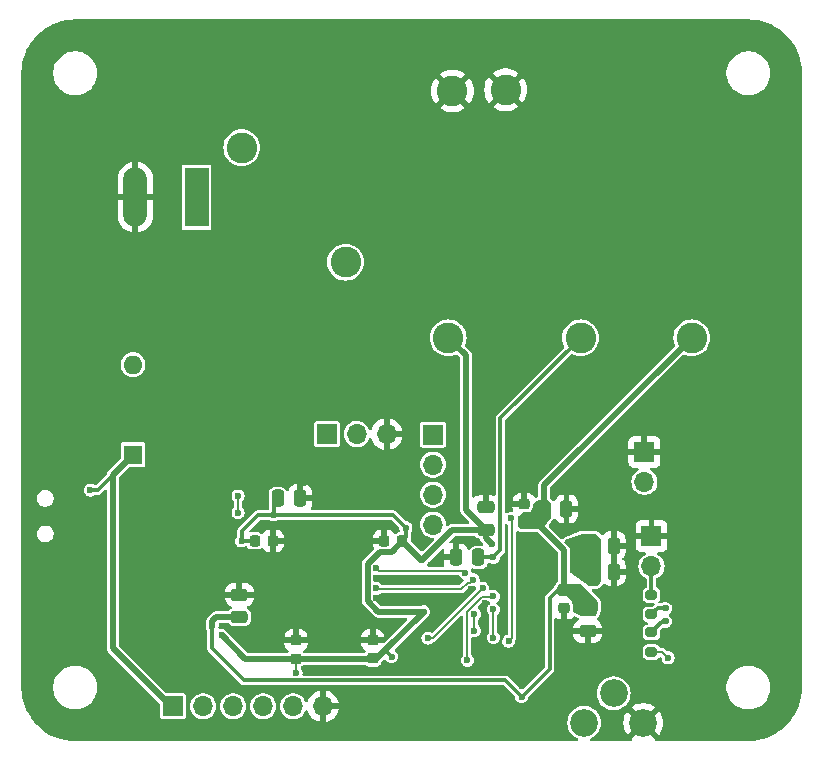
<source format=gbr>
%TF.GenerationSoftware,KiCad,Pcbnew,8.0.0*%
%TF.CreationDate,2024-03-06T15:24:16+01:00*%
%TF.ProjectId,EffectsPaddleBoard,45666665-6374-4735-9061-64646c65426f,rev?*%
%TF.SameCoordinates,Original*%
%TF.FileFunction,Copper,L4,Bot*%
%TF.FilePolarity,Positive*%
%FSLAX46Y46*%
G04 Gerber Fmt 4.6, Leading zero omitted, Abs format (unit mm)*
G04 Created by KiCad (PCBNEW 8.0.0) date 2024-03-06 15:24:16*
%MOMM*%
%LPD*%
G01*
G04 APERTURE LIST*
G04 Aperture macros list*
%AMRoundRect*
0 Rectangle with rounded corners*
0 $1 Rounding radius*
0 $2 $3 $4 $5 $6 $7 $8 $9 X,Y pos of 4 corners*
0 Add a 4 corners polygon primitive as box body*
4,1,4,$2,$3,$4,$5,$6,$7,$8,$9,$2,$3,0*
0 Add four circle primitives for the rounded corners*
1,1,$1+$1,$2,$3*
1,1,$1+$1,$4,$5*
1,1,$1+$1,$6,$7*
1,1,$1+$1,$8,$9*
0 Add four rect primitives between the rounded corners*
20,1,$1+$1,$2,$3,$4,$5,0*
20,1,$1+$1,$4,$5,$6,$7,0*
20,1,$1+$1,$6,$7,$8,$9,0*
20,1,$1+$1,$8,$9,$2,$3,0*%
G04 Aperture macros list end*
%TA.AperFunction,ComponentPad*%
%ADD10C,2.600000*%
%TD*%
%TA.AperFunction,ComponentPad*%
%ADD11R,1.600000X1.600000*%
%TD*%
%TA.AperFunction,ComponentPad*%
%ADD12O,1.600000X1.600000*%
%TD*%
%TA.AperFunction,ComponentPad*%
%ADD13R,1.700000X1.700000*%
%TD*%
%TA.AperFunction,ComponentPad*%
%ADD14O,1.700000X1.700000*%
%TD*%
%TA.AperFunction,ComponentPad*%
%ADD15C,2.340000*%
%TD*%
%TA.AperFunction,ComponentPad*%
%ADD16R,2.020000X5.020000*%
%TD*%
%TA.AperFunction,ComponentPad*%
%ADD17O,2.020000X5.020000*%
%TD*%
%TA.AperFunction,SMDPad,CuDef*%
%ADD18RoundRect,0.250000X0.475000X-0.250000X0.475000X0.250000X-0.475000X0.250000X-0.475000X-0.250000X0*%
%TD*%
%TA.AperFunction,SMDPad,CuDef*%
%ADD19RoundRect,0.225000X-0.225000X-0.250000X0.225000X-0.250000X0.225000X0.250000X-0.225000X0.250000X0*%
%TD*%
%TA.AperFunction,SMDPad,CuDef*%
%ADD20RoundRect,0.250000X-0.250000X-0.475000X0.250000X-0.475000X0.250000X0.475000X-0.250000X0.475000X0*%
%TD*%
%TA.AperFunction,SMDPad,CuDef*%
%ADD21RoundRect,0.250000X0.250000X0.475000X-0.250000X0.475000X-0.250000X-0.475000X0.250000X-0.475000X0*%
%TD*%
%TA.AperFunction,SMDPad,CuDef*%
%ADD22RoundRect,0.225000X0.250000X-0.225000X0.250000X0.225000X-0.250000X0.225000X-0.250000X-0.225000X0*%
%TD*%
%TA.AperFunction,SMDPad,CuDef*%
%ADD23RoundRect,0.250000X-0.475000X0.250000X-0.475000X-0.250000X0.475000X-0.250000X0.475000X0.250000X0*%
%TD*%
%TA.AperFunction,SMDPad,CuDef*%
%ADD24RoundRect,0.225000X-0.250000X0.225000X-0.250000X-0.225000X0.250000X-0.225000X0.250000X0.225000X0*%
%TD*%
%TA.AperFunction,SMDPad,CuDef*%
%ADD25RoundRect,0.225000X0.225000X0.250000X-0.225000X0.250000X-0.225000X-0.250000X0.225000X-0.250000X0*%
%TD*%
%TA.AperFunction,SMDPad,CuDef*%
%ADD26RoundRect,0.200000X0.275000X-0.200000X0.275000X0.200000X-0.275000X0.200000X-0.275000X-0.200000X0*%
%TD*%
%TA.AperFunction,ViaPad*%
%ADD27C,0.600000*%
%TD*%
%TA.AperFunction,Conductor*%
%ADD28C,0.500000*%
%TD*%
%TA.AperFunction,Conductor*%
%ADD29C,0.300000*%
%TD*%
%TA.AperFunction,Conductor*%
%ADD30C,0.200000*%
%TD*%
G04 APERTURE END LIST*
D10*
%TO.P,TP5,1,1*%
%TO.N,/Barreljack_in*%
X145100000Y-63300000D03*
%TD*%
D11*
%TO.P,SW4,1,1*%
%TO.N,+3.3V*%
X135900000Y-89300000D03*
D12*
%TO.P,SW4,2,2*%
%TO.N,Net-(R8-Pad2)*%
X135900000Y-81680000D03*
%TD*%
D10*
%TO.P,TP1,1,1*%
%TO.N,+3.3V*%
X162600000Y-79400000D03*
%TD*%
D13*
%TO.P,J6,1,Pin_1*%
%TO.N,GND*%
X179800000Y-96200000D03*
D14*
%TO.P,J6,2,Pin_2*%
%TO.N,Net-(J6-Pin_2)*%
X179800000Y-98740000D03*
%TD*%
D13*
%TO.P,J2,1,Pin_1*%
%TO.N,+3.3V*%
X139300000Y-110600000D03*
D14*
%TO.P,J2,2,Pin_2*%
%TO.N,ADC11*%
X141840000Y-110600000D03*
%TO.P,J2,3,Pin_3*%
%TO.N,ADC12*%
X144380000Y-110600000D03*
%TO.P,J2,4,Pin_4*%
%TO.N,ADC13*%
X146920000Y-110600000D03*
%TO.P,J2,5,Pin_5*%
%TO.N,ADC14*%
X149460000Y-110600000D03*
%TO.P,J2,6,Pin_6*%
%TO.N,GND*%
X152000000Y-110600000D03*
%TD*%
D13*
%TO.P,J1,1,Pin_1*%
%TO.N,UART_RX*%
X152300000Y-87550000D03*
D14*
%TO.P,J1,2,Pin_2*%
%TO.N,UART_TX*%
X154840000Y-87550000D03*
%TO.P,J1,3,Pin_3*%
%TO.N,GND*%
X157380000Y-87550000D03*
%TD*%
D10*
%TO.P,TP3,1,1*%
%TO.N,GND*%
X162950000Y-58500000D03*
%TD*%
D15*
%TO.P,RV1,1,1*%
%TO.N,/Codec/VolumeVDiv*%
X174100000Y-112000000D03*
%TO.P,RV1,2,2*%
%TO.N,/Codec/Volume*%
X176600000Y-109500000D03*
%TO.P,RV1,3,3*%
%TO.N,GND*%
X179100000Y-112000000D03*
%TD*%
D16*
%TO.P,J3,1*%
%TO.N,/Barreljack_in*%
X141280000Y-67500000D03*
D17*
%TO.P,J3,2*%
%TO.N,GND*%
X136100000Y-67500000D03*
%TD*%
D13*
%TO.P,J4,1,Pin_1*%
%TO.N,JTAG_TMS*%
X161300000Y-87600000D03*
D14*
%TO.P,J4,2,Pin_2*%
%TO.N,JTAG_TCK*%
X161300000Y-90140000D03*
%TO.P,J4,3,Pin_3*%
%TO.N,JTAG_TDI*%
X161300000Y-92680000D03*
%TO.P,J4,4,Pin_4*%
%TO.N,JTAG_TDO*%
X161300000Y-95220000D03*
%TD*%
D10*
%TO.P,TP7,1,1*%
%TO.N,+1V8*%
X173800000Y-79400000D03*
%TD*%
%TO.P,TP4,1,1*%
%TO.N,GND*%
X167450000Y-58400000D03*
%TD*%
D13*
%TO.P,J5,1,Pin_1*%
%TO.N,GND*%
X179200000Y-89060000D03*
D14*
%TO.P,J5,2,Pin_2*%
%TO.N,/Codec/AudioOutBoard*%
X179200000Y-91600000D03*
%TD*%
D10*
%TO.P,TP6,1,1*%
%TO.N,+3.3VA*%
X183200000Y-79400000D03*
%TD*%
%TO.P,TP2,1,1*%
%TO.N,+5V*%
X153900000Y-73000000D03*
%TD*%
D18*
%TO.P,C40,1*%
%TO.N,+3.3VA*%
X144900000Y-103050000D03*
%TO.P,C40,2*%
%TO.N,GND*%
X144900000Y-101150000D03*
%TD*%
D19*
%TO.P,C1,1*%
%TO.N,+3.3V*%
X146200000Y-96600000D03*
%TO.P,C1,2*%
%TO.N,GND*%
X147750000Y-96600000D03*
%TD*%
D20*
%TO.P,C14,1*%
%TO.N,+5V*%
X174700000Y-97000000D03*
%TO.P,C14,2*%
%TO.N,GND*%
X176600000Y-97000000D03*
%TD*%
%TO.P,C6,1*%
%TO.N,+3.3V*%
X148150000Y-93000000D03*
%TO.P,C6,2*%
%TO.N,GND*%
X150050000Y-93000000D03*
%TD*%
D21*
%TO.P,C16,1*%
%TO.N,+1V8*%
X165150000Y-98000000D03*
%TO.P,C16,2*%
%TO.N,GND*%
X163250000Y-98000000D03*
%TD*%
D22*
%TO.P,C5,1*%
%TO.N,+3.3V*%
X156200000Y-106550000D03*
%TO.P,C5,2*%
%TO.N,GND*%
X156200000Y-105000000D03*
%TD*%
D23*
%TO.P,C34,1*%
%TO.N,+3.3VA*%
X174400000Y-102350000D03*
%TO.P,C34,2*%
%TO.N,GND*%
X174400000Y-104250000D03*
%TD*%
D20*
%TO.P,C36,1*%
%TO.N,+3.3VA*%
X170700000Y-93900000D03*
%TO.P,C36,2*%
%TO.N,GND*%
X172600000Y-93900000D03*
%TD*%
D18*
%TO.P,C18,1*%
%TO.N,+3.3V*%
X165750000Y-95650000D03*
%TO.P,C18,2*%
%TO.N,GND*%
X165750000Y-93750000D03*
%TD*%
D22*
%TO.P,C4,1*%
%TO.N,+3.3V*%
X149700000Y-106575000D03*
%TO.P,C4,2*%
%TO.N,GND*%
X149700000Y-105025000D03*
%TD*%
D24*
%TO.P,C33,1*%
%TO.N,+3.3VA*%
X172400000Y-100745000D03*
%TO.P,C33,2*%
%TO.N,GND*%
X172400000Y-102295000D03*
%TD*%
D22*
%TO.P,C35,1*%
%TO.N,+3.3VA*%
X169000000Y-95025000D03*
%TO.P,C35,2*%
%TO.N,GND*%
X169000000Y-93475000D03*
%TD*%
D25*
%TO.P,C2,1*%
%TO.N,+3.3V*%
X158700000Y-96600000D03*
%TO.P,C2,2*%
%TO.N,GND*%
X157150000Y-96600000D03*
%TD*%
D26*
%TO.P,R12,1*%
%TO.N,Net-(C19-Pad2)*%
X179800000Y-102825000D03*
%TO.P,R12,2*%
%TO.N,Net-(J6-Pin_2)*%
X179800000Y-101175000D03*
%TD*%
%TO.P,R5,1*%
%TO.N,Net-(C19-Pad2)*%
X179800000Y-106000000D03*
%TO.P,R5,2*%
%TO.N,Net-(C30-Pad2)*%
X179800000Y-104350000D03*
%TD*%
D20*
%TO.P,C12,1*%
%TO.N,+5V*%
X174700000Y-99200000D03*
%TO.P,C12,2*%
%TO.N,GND*%
X176600000Y-99200000D03*
%TD*%
D27*
%TO.N,+3.3V*%
X160500000Y-102600000D03*
X132300000Y-92300000D03*
X159000000Y-95475000D03*
X149700000Y-107775000D03*
X145100000Y-96600000D03*
X166300000Y-96900000D03*
X147800000Y-94400000D03*
X160400000Y-98200000D03*
X157800000Y-106400000D03*
X143400000Y-104600000D03*
%TO.N,GND*%
X163600000Y-96600000D03*
X148000000Y-84400000D03*
X170300000Y-106900000D03*
X180000000Y-75800000D03*
X149000000Y-61600000D03*
X151700000Y-95900000D03*
X160900000Y-105700000D03*
X167900000Y-93500000D03*
X159400000Y-75800000D03*
X138600000Y-98300000D03*
X156000000Y-66000000D03*
X160200000Y-79400000D03*
X165700000Y-102800000D03*
X165700000Y-101900000D03*
X139800000Y-75000000D03*
X138600000Y-96300000D03*
X163400000Y-99800000D03*
X168800000Y-97500000D03*
X171050000Y-99900000D03*
X156500000Y-99700000D03*
X171050000Y-97500000D03*
X177200000Y-73600000D03*
X165200000Y-106600000D03*
X164800000Y-105100000D03*
X168800000Y-99900000D03*
X138600000Y-100300000D03*
X148600000Y-102300000D03*
X167200000Y-102800000D03*
X145500000Y-89000000D03*
X168800000Y-108900000D03*
X167800000Y-106100000D03*
X143900000Y-92800000D03*
X176000000Y-101500000D03*
X146000000Y-68000000D03*
X180800000Y-79400000D03*
X181000000Y-104200000D03*
X166000000Y-73600000D03*
X147800000Y-75000000D03*
X163000000Y-65500000D03*
X142000000Y-86000000D03*
X150400000Y-91700000D03*
X149200000Y-95800000D03*
X138600000Y-94800000D03*
X147000000Y-90600000D03*
X186800000Y-73600000D03*
X171400000Y-79400000D03*
X143500000Y-103800000D03*
X165000000Y-79400000D03*
X141500000Y-103800000D03*
X140800000Y-91100000D03*
X170600000Y-75800000D03*
X144000000Y-94200000D03*
X154200000Y-62200000D03*
X132100000Y-91300000D03*
X181400000Y-101600000D03*
X154500000Y-65900000D03*
X165600000Y-104800000D03*
X156500000Y-101400000D03*
X185600000Y-79400000D03*
X151000000Y-90000000D03*
X164500000Y-100700000D03*
X176200000Y-79400000D03*
X150900000Y-61400000D03*
%TO.N,+5V*%
X173500000Y-97000000D03*
X173400000Y-98500000D03*
%TO.N,+1V8*%
X166400000Y-98000000D03*
%TO.N,+3.3VA*%
X170200000Y-95200000D03*
X142600000Y-103800000D03*
X173600000Y-101000000D03*
X168800000Y-109800000D03*
%TO.N,I2C_SCL*%
X164800000Y-104200000D03*
X164800000Y-102800000D03*
%TO.N,I2S_ext_SD*%
X156500000Y-98900000D03*
X164000000Y-99300000D03*
%TO.N,I2S_SD*%
X164700000Y-99875000D03*
X156500000Y-100624997D03*
%TO.N,Codec_GPIO*%
X167705288Y-105087660D03*
X167900000Y-94700000D03*
%TO.N,I2S_CK*%
X164200000Y-106700000D03*
X166400000Y-101300000D03*
%TO.N,I2S_WS*%
X165500000Y-100600000D03*
X160866940Y-104833060D03*
%TO.N,I2S_MCK*%
X166400000Y-104800000D03*
X166400000Y-102400000D03*
%TO.N,Codec_Reset*%
X144800000Y-94200000D03*
X144800000Y-92800000D03*
%TO.N,Net-(C19-Pad2)*%
X181200000Y-106500000D03*
X181000000Y-102300000D03*
%TO.N,Net-(C30-Pad2)*%
X181000000Y-103400000D03*
%TD*%
D28*
%TO.N,+3.3V*%
X156550000Y-106550000D02*
X156200000Y-106550000D01*
D29*
X159000000Y-96300000D02*
X158700000Y-96600000D01*
D28*
X139100000Y-110600000D02*
X134200000Y-105700000D01*
X157150000Y-105950000D02*
X156550000Y-106550000D01*
D29*
X157925000Y-94400000D02*
X147800000Y-94400000D01*
D28*
X156175000Y-106575000D02*
X156200000Y-106550000D01*
X134200000Y-91000000D02*
X135900000Y-89300000D01*
D29*
X145100000Y-96600000D02*
X146200000Y-96600000D01*
D28*
X165750000Y-95650000D02*
X165750000Y-96350000D01*
D29*
X146500000Y-94400000D02*
X147800000Y-94400000D01*
D28*
X157800000Y-97500000D02*
X158700000Y-96600000D01*
X160300000Y-98200000D02*
X158700000Y-96600000D01*
X165750000Y-95650000D02*
X164100000Y-94000000D01*
X134200000Y-105700000D02*
X134200000Y-91000000D01*
X149700000Y-106575000D02*
X156175000Y-106575000D01*
X160500000Y-102600000D02*
X156674695Y-102600000D01*
X139300000Y-110600000D02*
X139100000Y-110600000D01*
X164100000Y-80900000D02*
X162600000Y-79400000D01*
D29*
X145100000Y-96600000D02*
X145100000Y-95800000D01*
D28*
X160500000Y-102600000D02*
X157150000Y-105950000D01*
D29*
X157350000Y-105950000D02*
X157150000Y-105950000D01*
D30*
X149700000Y-107775000D02*
X149700000Y-106575000D01*
D28*
X165750000Y-96350000D02*
X166300000Y-96900000D01*
D29*
X147800000Y-93350000D02*
X148150000Y-93000000D01*
D28*
X145375000Y-106575000D02*
X149700000Y-106575000D01*
D29*
X157800000Y-106400000D02*
X157350000Y-105950000D01*
D28*
X143400000Y-104600000D02*
X145375000Y-106575000D01*
X155775000Y-98525000D02*
X156800000Y-97500000D01*
D29*
X159000000Y-95475000D02*
X157925000Y-94400000D01*
D28*
X156800000Y-97500000D02*
X157800000Y-97500000D01*
X156674695Y-102600000D02*
X155775000Y-101700305D01*
X164100000Y-94000000D02*
X164100000Y-80900000D01*
D29*
X147800000Y-94400000D02*
X147800000Y-93350000D01*
D28*
X160400000Y-98200000D02*
X160300000Y-98200000D01*
X160400000Y-98200000D02*
X162950000Y-95650000D01*
D29*
X132900000Y-92300000D02*
X135900000Y-89300000D01*
X145100000Y-95800000D02*
X146500000Y-94400000D01*
X132300000Y-92300000D02*
X132900000Y-92300000D01*
D28*
X155775000Y-101700305D02*
X155775000Y-98525000D01*
D29*
X159000000Y-95475000D02*
X159000000Y-96300000D01*
D28*
X162950000Y-95650000D02*
X165750000Y-95650000D01*
D30*
%TO.N,GND*%
X150050000Y-92050000D02*
X150400000Y-91700000D01*
X163250000Y-96950000D02*
X163600000Y-96600000D01*
X163250000Y-98000000D02*
X163250000Y-96950000D01*
X150050000Y-93000000D02*
X150050000Y-92050000D01*
D29*
%TO.N,+1V8*%
X167000000Y-97400000D02*
X167000000Y-86200000D01*
X167000000Y-86200000D02*
X173800000Y-79400000D01*
X166400000Y-98000000D02*
X165150000Y-98000000D01*
X166400000Y-98000000D02*
X167000000Y-97400000D01*
D28*
%TO.N,+3.3VA*%
X172400000Y-100745000D02*
X172400000Y-97400000D01*
D29*
X145300000Y-108400000D02*
X167400000Y-108400000D01*
X168800000Y-109800000D02*
X171185711Y-107414289D01*
X171855000Y-100745000D02*
X172400000Y-100745000D01*
X142600000Y-105700000D02*
X145300000Y-108400000D01*
D28*
X142600000Y-103800000D02*
X142600000Y-103400000D01*
X172400000Y-97400000D02*
X170200000Y-95200000D01*
X142600000Y-103400000D02*
X142950000Y-103050000D01*
D29*
X171185711Y-107414289D02*
X171185711Y-101414289D01*
X171185711Y-101414289D02*
X171855000Y-100745000D01*
D28*
X142950000Y-103050000D02*
X144900000Y-103050000D01*
D29*
X142600000Y-103800000D02*
X142600000Y-105700000D01*
X167400000Y-108400000D02*
X168800000Y-109800000D01*
D28*
X170700000Y-91900000D02*
X183200000Y-79400000D01*
X170700000Y-93900000D02*
X170700000Y-91900000D01*
D30*
%TO.N,I2C_SCL*%
X164800000Y-102800000D02*
X164800000Y-104200000D01*
%TO.N,I2S_ext_SD*%
X163825000Y-99125000D02*
X156725000Y-99125000D01*
X164000000Y-99300000D02*
X163825000Y-99125000D01*
X156725000Y-99125000D02*
X156500000Y-98900000D01*
%TO.N,I2S_SD*%
X164700000Y-99875000D02*
X164450000Y-100125000D01*
X164261827Y-100125000D02*
X163686827Y-100700000D01*
X164450000Y-100125000D02*
X164261827Y-100125000D01*
X156575003Y-100700000D02*
X156500000Y-100624997D01*
X163686827Y-100700000D02*
X156575003Y-100700000D01*
%TO.N,Codec_GPIO*%
X168000000Y-94800000D02*
X167900000Y-94700000D01*
X167705288Y-105087660D02*
X168000000Y-104792948D01*
X168000000Y-104792948D02*
X168000000Y-94800000D01*
%TO.N,I2S_CK*%
X166400000Y-101300000D02*
X166375000Y-101325000D01*
X166375000Y-101325000D02*
X165461827Y-101325000D01*
X164200000Y-102586827D02*
X164200000Y-106700000D01*
X165461827Y-101325000D02*
X164200000Y-102586827D01*
%TO.N,I2S_WS*%
X165500000Y-100600000D02*
X161266940Y-104833060D01*
X161266940Y-104833060D02*
X160866940Y-104833060D01*
%TO.N,I2S_MCK*%
X166400000Y-102400000D02*
X166400000Y-104800000D01*
%TO.N,Codec_Reset*%
X144800000Y-92800000D02*
X144800000Y-94200000D01*
D29*
%TO.N,Net-(C19-Pad2)*%
X181000000Y-102300000D02*
X180325000Y-102300000D01*
X180325000Y-102300000D02*
X179800000Y-102825000D01*
D30*
X180700000Y-106000000D02*
X181200000Y-106500000D01*
X179800000Y-106000000D02*
X180700000Y-106000000D01*
D29*
%TO.N,Net-(C30-Pad2)*%
X181000000Y-103400000D02*
X180750000Y-103400000D01*
X180750000Y-103400000D02*
X179800000Y-104350000D01*
%TO.N,Net-(J6-Pin_2)*%
X179800000Y-98740000D02*
X179800000Y-101175000D01*
%TD*%
%TA.AperFunction,Conductor*%
%TO.N,GND*%
G36*
X167599966Y-95163666D02*
G01*
X167600966Y-95164433D01*
X167642181Y-95220852D01*
X167649500Y-95262824D01*
X167649500Y-104432623D01*
X167629815Y-104499662D01*
X167577011Y-104545417D01*
X167568242Y-104548569D01*
X167427665Y-104606797D01*
X167312667Y-104695039D01*
X167224426Y-104810036D01*
X167188335Y-104897169D01*
X167144494Y-104951572D01*
X167120953Y-104959406D01*
X167142396Y-104982437D01*
X167154803Y-105051196D01*
X167154452Y-105054127D01*
X167150038Y-105087656D01*
X167150038Y-105087659D01*
X167150038Y-105087660D01*
X167168002Y-105224111D01*
X167168958Y-105231368D01*
X167168959Y-105231372D01*
X167224425Y-105365282D01*
X167224426Y-105365284D01*
X167224427Y-105365285D01*
X167312667Y-105480281D01*
X167427663Y-105568521D01*
X167561579Y-105623990D01*
X167688568Y-105640708D01*
X167705287Y-105642910D01*
X167705288Y-105642910D01*
X167705289Y-105642910D01*
X167720265Y-105640938D01*
X167848997Y-105623990D01*
X167982913Y-105568521D01*
X168097909Y-105480281D01*
X168186149Y-105365285D01*
X168241618Y-105231369D01*
X168260538Y-105087660D01*
X168260538Y-105087659D01*
X168260538Y-105079531D01*
X168263278Y-105079531D01*
X168271965Y-105023754D01*
X168276762Y-105014580D01*
X168280466Y-105008163D01*
X168280470Y-105008160D01*
X168326614Y-104928236D01*
X168350500Y-104839091D01*
X168350500Y-104746804D01*
X168350500Y-95865598D01*
X168370185Y-95798559D01*
X168422989Y-95752804D01*
X168492147Y-95742860D01*
X168551964Y-95768772D01*
X168556430Y-95772344D01*
X168566971Y-95780338D01*
X168577391Y-95787824D01*
X168577395Y-95787826D01*
X168577398Y-95787828D01*
X168654473Y-95825465D01*
X168721512Y-95845150D01*
X168721516Y-95845150D01*
X168721518Y-95845151D01*
X168733149Y-95846823D01*
X168793497Y-95855500D01*
X170096324Y-95855500D01*
X170163363Y-95875185D01*
X170184005Y-95891819D01*
X171863181Y-97570995D01*
X171896666Y-97632318D01*
X171899500Y-97658676D01*
X171899500Y-99955310D01*
X171879815Y-100022349D01*
X171848072Y-100055855D01*
X171782995Y-100102826D01*
X171735402Y-100153990D01*
X171693957Y-100213742D01*
X171577049Y-100447559D01*
X171553824Y-100479783D01*
X171534520Y-100499087D01*
X170865233Y-101168373D01*
X170865231Y-101168376D01*
X170812504Y-101259699D01*
X170789342Y-101346145D01*
X170789341Y-101346147D01*
X170785211Y-101361556D01*
X170785211Y-107197034D01*
X170765526Y-107264073D01*
X170748892Y-107284715D01*
X168887681Y-109145926D01*
X168826358Y-109179411D01*
X168756666Y-109174427D01*
X168712319Y-109145926D01*
X167645915Y-108079522D01*
X167645913Y-108079520D01*
X167600250Y-108053156D01*
X167554589Y-108026793D01*
X167503657Y-108013146D01*
X167452727Y-107999500D01*
X167452726Y-107999500D01*
X150367089Y-107999500D01*
X150300050Y-107979815D01*
X150254295Y-107927011D01*
X150244150Y-107859315D01*
X150255250Y-107775002D01*
X150255250Y-107774999D01*
X150253048Y-107758280D01*
X150236330Y-107631291D01*
X150180861Y-107497375D01*
X150180860Y-107497374D01*
X150180860Y-107497373D01*
X150118311Y-107415859D01*
X150093116Y-107350690D01*
X150107154Y-107282245D01*
X150155968Y-107232255D01*
X150173344Y-107224194D01*
X150180226Y-107221628D01*
X150234284Y-107181161D01*
X150289681Y-107139692D01*
X150289683Y-107139689D01*
X150289687Y-107139687D01*
X150300541Y-107125188D01*
X150356476Y-107083317D01*
X150399807Y-107075500D01*
X155519764Y-107075500D01*
X155586803Y-107095185D01*
X155607445Y-107111819D01*
X155610310Y-107114684D01*
X155610311Y-107114685D01*
X155610313Y-107114687D01*
X155719774Y-107196628D01*
X155847886Y-107244412D01*
X155904515Y-107250500D01*
X156495484Y-107250499D01*
X156552114Y-107244412D01*
X156680226Y-107196628D01*
X156789687Y-107114687D01*
X156871628Y-107005226D01*
X156903272Y-106920384D01*
X156931769Y-106876043D01*
X157137122Y-106670690D01*
X157198443Y-106637207D01*
X157268135Y-106642191D01*
X157323174Y-106682884D01*
X157407379Y-106792621D01*
X157522375Y-106880861D01*
X157522376Y-106880861D01*
X157522377Y-106880862D01*
X157556790Y-106895116D01*
X157656291Y-106936330D01*
X157783280Y-106953048D01*
X157799999Y-106955250D01*
X157800000Y-106955250D01*
X157800001Y-106955250D01*
X157814977Y-106953278D01*
X157943709Y-106936330D01*
X158077625Y-106880861D01*
X158192621Y-106792621D01*
X158280861Y-106677625D01*
X158336330Y-106543709D01*
X158355250Y-106400000D01*
X158336330Y-106256291D01*
X158280861Y-106122375D01*
X158192621Y-106007379D01*
X158082884Y-105923174D01*
X158041684Y-105866749D01*
X158037529Y-105797003D01*
X158070690Y-105737122D01*
X160673683Y-103134129D01*
X160713907Y-103107252D01*
X160777625Y-103080861D01*
X160892621Y-102992621D01*
X160980861Y-102877625D01*
X161036330Y-102743709D01*
X161055250Y-102600000D01*
X161036330Y-102456291D01*
X160991814Y-102348818D01*
X160980862Y-102322377D01*
X160980861Y-102322376D01*
X160980861Y-102322375D01*
X160892621Y-102207379D01*
X160777625Y-102119139D01*
X160777624Y-102119138D01*
X160777622Y-102119137D01*
X160643712Y-102063671D01*
X160643710Y-102063670D01*
X160643709Y-102063670D01*
X160571854Y-102054210D01*
X160500001Y-102044750D01*
X160499999Y-102044750D01*
X160356293Y-102063669D01*
X160339912Y-102070453D01*
X160292572Y-102090062D01*
X160245124Y-102099500D01*
X156933371Y-102099500D01*
X156866332Y-102079815D01*
X156845690Y-102063181D01*
X156311819Y-101529310D01*
X156278334Y-101467987D01*
X156275500Y-101441629D01*
X156275500Y-101292085D01*
X156295185Y-101225046D01*
X156347989Y-101179291D01*
X156415684Y-101169146D01*
X156500000Y-101180247D01*
X156643709Y-101161327D01*
X156777625Y-101105858D01*
X156816374Y-101076125D01*
X156881543Y-101050930D01*
X156891861Y-101050500D01*
X163732969Y-101050500D01*
X163732971Y-101050500D01*
X163822115Y-101026614D01*
X163834383Y-101019531D01*
X163902039Y-100980470D01*
X164370690Y-100511819D01*
X164432013Y-100478334D01*
X164458371Y-100475500D01*
X164496142Y-100475500D01*
X164496144Y-100475500D01*
X164585288Y-100451614D01*
X164597177Y-100444750D01*
X164600259Y-100442970D01*
X164668156Y-100426492D01*
X164678441Y-100427411D01*
X164700000Y-100430250D01*
X164811592Y-100415558D01*
X164880626Y-100426323D01*
X164932882Y-100472703D01*
X164951768Y-100539972D01*
X164950716Y-100554682D01*
X164944750Y-100599998D01*
X164944750Y-100608128D01*
X164941456Y-100608128D01*
X164932192Y-100662588D01*
X164908439Y-100695877D01*
X161279203Y-104325113D01*
X161217880Y-104358598D01*
X161148188Y-104353614D01*
X161144070Y-104351994D01*
X161010649Y-104296730D01*
X161010648Y-104296729D01*
X161010646Y-104296729D01*
X160866941Y-104277810D01*
X160866939Y-104277810D01*
X160723231Y-104296730D01*
X160723227Y-104296731D01*
X160589317Y-104352197D01*
X160474319Y-104440439D01*
X160386077Y-104555437D01*
X160330611Y-104689347D01*
X160330610Y-104689351D01*
X160316043Y-104800000D01*
X160311690Y-104833060D01*
X160327453Y-104952793D01*
X160330610Y-104976768D01*
X160330611Y-104976772D01*
X160386077Y-105110682D01*
X160386078Y-105110684D01*
X160386079Y-105110685D01*
X160474319Y-105225681D01*
X160589315Y-105313921D01*
X160723231Y-105369390D01*
X160850220Y-105386108D01*
X160866939Y-105388310D01*
X160866940Y-105388310D01*
X160866941Y-105388310D01*
X160881917Y-105386338D01*
X161010649Y-105369390D01*
X161144565Y-105313921D01*
X161259561Y-105225681D01*
X161260766Y-105224109D01*
X161262124Y-105223118D01*
X161265312Y-105219931D01*
X161265808Y-105220427D01*
X161317191Y-105182904D01*
X161327030Y-105179823D01*
X161402228Y-105159674D01*
X161482152Y-105113530D01*
X163637819Y-102957863D01*
X163699142Y-102924378D01*
X163768834Y-102929362D01*
X163824767Y-102971234D01*
X163849184Y-103036698D01*
X163849500Y-103045544D01*
X163849500Y-106213908D01*
X163829815Y-106280947D01*
X163811913Y-106300412D01*
X163813129Y-106301628D01*
X163807384Y-106307372D01*
X163719137Y-106422377D01*
X163663671Y-106556287D01*
X163663670Y-106556291D01*
X163644750Y-106699999D01*
X163644750Y-106700000D01*
X163663670Y-106843708D01*
X163663671Y-106843712D01*
X163719137Y-106977622D01*
X163719138Y-106977624D01*
X163719139Y-106977625D01*
X163807379Y-107092621D01*
X163922375Y-107180861D01*
X163922376Y-107180861D01*
X163922377Y-107180862D01*
X163960436Y-107196626D01*
X164056291Y-107236330D01*
X164183280Y-107253048D01*
X164199999Y-107255250D01*
X164200000Y-107255250D01*
X164200001Y-107255250D01*
X164214977Y-107253278D01*
X164343709Y-107236330D01*
X164477625Y-107180861D01*
X164592621Y-107092621D01*
X164680861Y-106977625D01*
X164736330Y-106843709D01*
X164755250Y-106700000D01*
X164736330Y-106556291D01*
X164680861Y-106422375D01*
X164592621Y-106307379D01*
X164592619Y-106307377D01*
X164592615Y-106307372D01*
X164586871Y-106301628D01*
X164589387Y-106299111D01*
X164557797Y-106255817D01*
X164550500Y-106213908D01*
X164550500Y-104863797D01*
X164570185Y-104796758D01*
X164622989Y-104751003D01*
X164690685Y-104740858D01*
X164760123Y-104750000D01*
X164799999Y-104755250D01*
X164800000Y-104755250D01*
X164800001Y-104755250D01*
X164814977Y-104753278D01*
X164943709Y-104736330D01*
X165077625Y-104680861D01*
X165192621Y-104592621D01*
X165280861Y-104477625D01*
X165336330Y-104343709D01*
X165355250Y-104200000D01*
X165336330Y-104056291D01*
X165286641Y-103936329D01*
X165280862Y-103922377D01*
X165280861Y-103922376D01*
X165280861Y-103922375D01*
X165192621Y-103807379D01*
X165192619Y-103807377D01*
X165192615Y-103807372D01*
X165186871Y-103801628D01*
X165189387Y-103799111D01*
X165157797Y-103755817D01*
X165150500Y-103713908D01*
X165150500Y-103286092D01*
X165170185Y-103219053D01*
X165188114Y-103199609D01*
X165186874Y-103198369D01*
X165192619Y-103192623D01*
X165201118Y-103181547D01*
X165280861Y-103077625D01*
X165336330Y-102943709D01*
X165355250Y-102800000D01*
X165336330Y-102656291D01*
X165283998Y-102529949D01*
X165280862Y-102522377D01*
X165280861Y-102522376D01*
X165280861Y-102522375D01*
X165192621Y-102407379D01*
X165149893Y-102374593D01*
X165125151Y-102355607D01*
X165083949Y-102299179D01*
X165079794Y-102229433D01*
X165112957Y-102169551D01*
X165302989Y-101979520D01*
X165570690Y-101711819D01*
X165632013Y-101678334D01*
X165658371Y-101675500D01*
X165942974Y-101675500D01*
X166010013Y-101695185D01*
X166018461Y-101701125D01*
X166084273Y-101751625D01*
X166125475Y-101808053D01*
X166129630Y-101877799D01*
X166095417Y-101938719D01*
X166084273Y-101948375D01*
X166007381Y-102007377D01*
X166007380Y-102007378D01*
X166007379Y-102007379D01*
X165995872Y-102022375D01*
X165919137Y-102122377D01*
X165863671Y-102256287D01*
X165863670Y-102256291D01*
X165850595Y-102355607D01*
X165844750Y-102400000D01*
X165861858Y-102529949D01*
X165863670Y-102543708D01*
X165863671Y-102543712D01*
X165919138Y-102677623D01*
X165919139Y-102677625D01*
X166007380Y-102792623D01*
X166013126Y-102798369D01*
X166010574Y-102800920D01*
X166042091Y-102843873D01*
X166049500Y-102886092D01*
X166049500Y-104313908D01*
X166029815Y-104380947D01*
X166011913Y-104400412D01*
X166013129Y-104401628D01*
X166007384Y-104407372D01*
X165919137Y-104522377D01*
X165863671Y-104656287D01*
X165863670Y-104656291D01*
X165844750Y-104799999D01*
X165844750Y-104800000D01*
X165863670Y-104943708D01*
X165863671Y-104943712D01*
X165919137Y-105077622D01*
X165919138Y-105077623D01*
X165919139Y-105077625D01*
X166007379Y-105192621D01*
X166122375Y-105280861D01*
X166256291Y-105336330D01*
X166377996Y-105352353D01*
X166399999Y-105355250D01*
X166400000Y-105355250D01*
X166400001Y-105355250D01*
X166414977Y-105353278D01*
X166543709Y-105336330D01*
X166677625Y-105280861D01*
X166792621Y-105192621D01*
X166880861Y-105077625D01*
X166916953Y-104990489D01*
X166960792Y-104936088D01*
X166984333Y-104928252D01*
X166962890Y-104905221D01*
X166950484Y-104836461D01*
X166950826Y-104833600D01*
X166955250Y-104800000D01*
X166936330Y-104656291D01*
X166880861Y-104522375D01*
X166792621Y-104407379D01*
X166792619Y-104407377D01*
X166792615Y-104407372D01*
X166786871Y-104401628D01*
X166789387Y-104399111D01*
X166757797Y-104355817D01*
X166750500Y-104313908D01*
X166750500Y-102886092D01*
X166770185Y-102819053D01*
X166788114Y-102799609D01*
X166786874Y-102798369D01*
X166792619Y-102792623D01*
X166792621Y-102792621D01*
X166880861Y-102677625D01*
X166936330Y-102543709D01*
X166955250Y-102400000D01*
X166936330Y-102256291D01*
X166880861Y-102122375D01*
X166792621Y-102007379D01*
X166715724Y-101948373D01*
X166674524Y-101891948D01*
X166670369Y-101822202D01*
X166704582Y-101761281D01*
X166715716Y-101751632D01*
X166792621Y-101692621D01*
X166880861Y-101577625D01*
X166936330Y-101443709D01*
X166955250Y-101300000D01*
X166936330Y-101156291D01*
X166882617Y-101026614D01*
X166880862Y-101022377D01*
X166880861Y-101022376D01*
X166880861Y-101022375D01*
X166792621Y-100907379D01*
X166677625Y-100819139D01*
X166677624Y-100819138D01*
X166677622Y-100819137D01*
X166543712Y-100763671D01*
X166543710Y-100763670D01*
X166543709Y-100763670D01*
X166471854Y-100754210D01*
X166400001Y-100744750D01*
X166399999Y-100744750D01*
X166256291Y-100763670D01*
X166256287Y-100763671D01*
X166219286Y-100778997D01*
X166149817Y-100786464D01*
X166087338Y-100755188D01*
X166051687Y-100695099D01*
X166048897Y-100648252D01*
X166055250Y-100600000D01*
X166036330Y-100456291D01*
X165980861Y-100322375D01*
X165892621Y-100207379D01*
X165777625Y-100119139D01*
X165777624Y-100119138D01*
X165777622Y-100119137D01*
X165643712Y-100063671D01*
X165643710Y-100063670D01*
X165643709Y-100063670D01*
X165529532Y-100048638D01*
X165500001Y-100044750D01*
X165499998Y-100044750D01*
X165388407Y-100059441D01*
X165319372Y-100048675D01*
X165267116Y-100002295D01*
X165248231Y-99935026D01*
X165249281Y-99920333D01*
X165255250Y-99875000D01*
X165236330Y-99731291D01*
X165180861Y-99597375D01*
X165092621Y-99482379D01*
X164977625Y-99394139D01*
X164977624Y-99394138D01*
X164977622Y-99394137D01*
X164843712Y-99338671D01*
X164843710Y-99338670D01*
X164843709Y-99338670D01*
X164771854Y-99329210D01*
X164700001Y-99319750D01*
X164699996Y-99319750D01*
X164683209Y-99321960D01*
X164614174Y-99311194D01*
X164561919Y-99264814D01*
X164544086Y-99215206D01*
X164536330Y-99156292D01*
X164536330Y-99156291D01*
X164506824Y-99085057D01*
X164499356Y-99015592D01*
X164530631Y-98953112D01*
X164590720Y-98917460D01*
X164660545Y-98919953D01*
X164664719Y-98921426D01*
X164722783Y-98943082D01*
X164792517Y-98969091D01*
X164852127Y-98975500D01*
X165447872Y-98975499D01*
X165507483Y-98969091D01*
X165642331Y-98918796D01*
X165757546Y-98832546D01*
X165843796Y-98717331D01*
X165894091Y-98582483D01*
X165897979Y-98546319D01*
X165924714Y-98481773D01*
X165982105Y-98441923D01*
X166051930Y-98439428D01*
X166096753Y-98461201D01*
X166114707Y-98474977D01*
X166122375Y-98480861D01*
X166256291Y-98536330D01*
X166383280Y-98553048D01*
X166399999Y-98555250D01*
X166400000Y-98555250D01*
X166400001Y-98555250D01*
X166414977Y-98553278D01*
X166543709Y-98536330D01*
X166677625Y-98480861D01*
X166792621Y-98392621D01*
X166880861Y-98277625D01*
X166936330Y-98143709D01*
X166948066Y-98054562D01*
X166976331Y-97990668D01*
X166983310Y-97983081D01*
X167320480Y-97645913D01*
X167373207Y-97554588D01*
X167400500Y-97452727D01*
X167400500Y-97347273D01*
X167400500Y-95262057D01*
X167420185Y-95195018D01*
X167472989Y-95149263D01*
X167542147Y-95139319D01*
X167599966Y-95163666D01*
G37*
%TD.AperFunction*%
%TA.AperFunction,Conductor*%
G36*
X156500000Y-99455250D02*
G01*
X156544799Y-99449351D01*
X156593073Y-99452514D01*
X156678856Y-99475500D01*
X163393984Y-99475500D01*
X163461023Y-99495185D01*
X163506778Y-99547989D01*
X163508529Y-99552012D01*
X163519139Y-99577625D01*
X163607379Y-99692621D01*
X163722375Y-99780861D01*
X163722376Y-99780861D01*
X163722377Y-99780862D01*
X163825215Y-99823458D01*
X163879619Y-99867298D01*
X163901684Y-99933592D01*
X163884405Y-100001292D01*
X163865444Y-100025700D01*
X163577964Y-100313181D01*
X163516641Y-100346666D01*
X163490283Y-100349500D01*
X157043644Y-100349500D01*
X156976605Y-100329815D01*
X156945269Y-100300987D01*
X156906905Y-100250991D01*
X156892621Y-100232376D01*
X156777625Y-100144136D01*
X156777624Y-100144135D01*
X156777622Y-100144134D01*
X156643712Y-100088668D01*
X156643710Y-100088667D01*
X156643709Y-100088667D01*
X156571854Y-100079207D01*
X156500001Y-100069747D01*
X156499998Y-100069747D01*
X156415685Y-100080847D01*
X156346650Y-100070081D01*
X156294394Y-100023701D01*
X156275500Y-99957908D01*
X156275500Y-99567088D01*
X156295185Y-99500049D01*
X156347989Y-99454294D01*
X156415683Y-99444149D01*
X156500000Y-99455250D01*
G37*
%TD.AperFunction*%
%TA.AperFunction,Conductor*%
G36*
X164842288Y-96170185D02*
G01*
X164874515Y-96200188D01*
X164910222Y-96247886D01*
X164917454Y-96257546D01*
X164917457Y-96257548D01*
X165032664Y-96343793D01*
X165032671Y-96343797D01*
X165167517Y-96394091D01*
X165175062Y-96395874D01*
X165174368Y-96398809D01*
X165225927Y-96420152D01*
X165265788Y-96477536D01*
X165267914Y-96484615D01*
X165283608Y-96543186D01*
X165349500Y-96657314D01*
X165349502Y-96657316D01*
X165505005Y-96812819D01*
X165538490Y-96874142D01*
X165533506Y-96943834D01*
X165491634Y-96999767D01*
X165426170Y-97024184D01*
X165417324Y-97024500D01*
X164852129Y-97024500D01*
X164852123Y-97024501D01*
X164792516Y-97030908D01*
X164657671Y-97081202D01*
X164657664Y-97081206D01*
X164542455Y-97167452D01*
X164542452Y-97167455D01*
X164456206Y-97282664D01*
X164456201Y-97282674D01*
X164448817Y-97302471D01*
X164406945Y-97358404D01*
X164341480Y-97382820D01*
X164273207Y-97367967D01*
X164223803Y-97318561D01*
X164214930Y-97298140D01*
X164184358Y-97205880D01*
X164184356Y-97205875D01*
X164092315Y-97056654D01*
X163968345Y-96932684D01*
X163819124Y-96840643D01*
X163819119Y-96840641D01*
X163652697Y-96785494D01*
X163652690Y-96785493D01*
X163549986Y-96775000D01*
X163500000Y-96775000D01*
X163500000Y-98126000D01*
X163480315Y-98193039D01*
X163427511Y-98238794D01*
X163376000Y-98250000D01*
X162250001Y-98250000D01*
X162250001Y-98524986D01*
X162261182Y-98634431D01*
X162259063Y-98634647D01*
X162254601Y-98694224D01*
X162212542Y-98750016D01*
X162146996Y-98774213D01*
X162138566Y-98774500D01*
X160904507Y-98774500D01*
X160837468Y-98754815D01*
X160791713Y-98702011D01*
X160781769Y-98632853D01*
X160806132Y-98575013D01*
X160835364Y-98536917D01*
X160880861Y-98477625D01*
X160907252Y-98413907D01*
X160934129Y-98373683D01*
X162052220Y-97255593D01*
X162113540Y-97222110D01*
X162183232Y-97227094D01*
X162239165Y-97268966D01*
X162263582Y-97334430D01*
X162261152Y-97369229D01*
X162260493Y-97372303D01*
X162250000Y-97475013D01*
X162250000Y-97750000D01*
X163000000Y-97750000D01*
X163000000Y-96775000D01*
X162999999Y-96774999D01*
X162950029Y-96775000D01*
X162950011Y-96775001D01*
X162847293Y-96785495D01*
X162844218Y-96786153D01*
X162842277Y-96786007D01*
X162840569Y-96786182D01*
X162840537Y-96785877D01*
X162774544Y-96780929D01*
X162718755Y-96738865D01*
X162694563Y-96673317D01*
X162709650Y-96605096D01*
X162730590Y-96577223D01*
X163120995Y-96186819D01*
X163182318Y-96153334D01*
X163208676Y-96150500D01*
X164775249Y-96150500D01*
X164842288Y-96170185D01*
G37*
%TD.AperFunction*%
%TA.AperFunction,Conductor*%
G36*
X188002702Y-52448619D02*
G01*
X188391303Y-52465586D01*
X188402039Y-52466526D01*
X188784992Y-52516942D01*
X188795630Y-52518817D01*
X189172737Y-52602421D01*
X189183177Y-52605219D01*
X189551549Y-52721365D01*
X189561695Y-52725058D01*
X189918553Y-52872874D01*
X189928345Y-52877440D01*
X190270941Y-53055784D01*
X190280309Y-53061192D01*
X190606069Y-53268724D01*
X190614930Y-53274929D01*
X190921354Y-53510056D01*
X190929641Y-53517010D01*
X191214403Y-53777947D01*
X191222052Y-53785596D01*
X191482989Y-54070358D01*
X191489943Y-54078645D01*
X191725070Y-54385069D01*
X191731275Y-54393930D01*
X191938807Y-54719690D01*
X191944215Y-54729058D01*
X192122556Y-55071648D01*
X192127128Y-55081452D01*
X192274937Y-55438294D01*
X192278637Y-55448460D01*
X192394779Y-55816818D01*
X192397579Y-55827266D01*
X192481180Y-56204361D01*
X192483058Y-56215015D01*
X192533471Y-56597940D01*
X192534414Y-56608717D01*
X192551378Y-56997288D01*
X192551496Y-57002701D01*
X192549502Y-108934549D01*
X192549500Y-108934595D01*
X192549500Y-108997293D01*
X192549382Y-109002702D01*
X192532424Y-109391108D01*
X192531481Y-109401884D01*
X192481090Y-109784639D01*
X192479212Y-109795292D01*
X192395651Y-110172213D01*
X192392851Y-110182663D01*
X192276760Y-110550856D01*
X192273060Y-110561021D01*
X192125317Y-110917703D01*
X192120745Y-110927507D01*
X191942481Y-111269951D01*
X191937072Y-111279319D01*
X191729643Y-111604915D01*
X191723439Y-111613776D01*
X191488412Y-111920069D01*
X191481458Y-111928356D01*
X191220639Y-112212990D01*
X191212990Y-112220639D01*
X190928356Y-112481458D01*
X190920069Y-112488412D01*
X190613776Y-112723439D01*
X190604915Y-112729643D01*
X190279319Y-112937072D01*
X190269951Y-112942481D01*
X189927507Y-113120745D01*
X189917703Y-113125317D01*
X189561021Y-113273060D01*
X189550856Y-113276760D01*
X189182663Y-113392851D01*
X189172213Y-113395651D01*
X188795292Y-113479212D01*
X188784639Y-113481090D01*
X188401884Y-113531481D01*
X188391108Y-113532424D01*
X188002703Y-113549382D01*
X187997294Y-113549500D01*
X180193864Y-113549500D01*
X180126825Y-113529815D01*
X180081070Y-113477011D01*
X180071126Y-113407853D01*
X180089485Y-113367651D01*
X180091595Y-113345148D01*
X179347489Y-112601041D01*
X179407890Y-112576022D01*
X179514351Y-112504888D01*
X179604888Y-112414351D01*
X179676022Y-112307890D01*
X179701041Y-112247488D01*
X180445197Y-112991645D01*
X180445198Y-112991644D01*
X180483690Y-112943379D01*
X180608836Y-112726618D01*
X180700279Y-112493626D01*
X180700285Y-112493607D01*
X180755978Y-112249599D01*
X180755978Y-112249597D01*
X180774683Y-112000004D01*
X180774683Y-111999995D01*
X180755978Y-111750402D01*
X180755978Y-111750400D01*
X180700285Y-111506392D01*
X180700279Y-111506373D01*
X180608836Y-111273381D01*
X180483688Y-111056618D01*
X180483681Y-111056607D01*
X180445199Y-111008354D01*
X180445198Y-111008353D01*
X179701041Y-111752510D01*
X179676022Y-111692110D01*
X179604888Y-111585649D01*
X179514351Y-111495112D01*
X179407890Y-111423978D01*
X179347488Y-111398958D01*
X180091595Y-110654850D01*
X179937335Y-110549678D01*
X179937334Y-110549677D01*
X179711832Y-110441083D01*
X179711834Y-110441083D01*
X179472653Y-110367305D01*
X179472647Y-110367303D01*
X179225156Y-110330000D01*
X178974843Y-110330000D01*
X178727352Y-110367303D01*
X178727346Y-110367305D01*
X178488166Y-110441083D01*
X178262664Y-110549679D01*
X178262651Y-110549686D01*
X178108403Y-110654849D01*
X178852512Y-111398958D01*
X178792110Y-111423978D01*
X178685649Y-111495112D01*
X178595112Y-111585649D01*
X178523978Y-111692110D01*
X178498958Y-111752512D01*
X177754800Y-111008354D01*
X177716311Y-111056617D01*
X177591163Y-111273381D01*
X177499720Y-111506373D01*
X177499714Y-111506392D01*
X177444021Y-111750400D01*
X177444021Y-111750402D01*
X177425317Y-111999995D01*
X177425317Y-112000004D01*
X177444021Y-112249597D01*
X177444021Y-112249599D01*
X177499714Y-112493607D01*
X177499720Y-112493626D01*
X177591163Y-112726618D01*
X177716311Y-112943381D01*
X177716318Y-112943392D01*
X177754799Y-112991645D01*
X177754800Y-112991645D01*
X178498958Y-112247487D01*
X178523978Y-112307890D01*
X178595112Y-112414351D01*
X178685649Y-112504888D01*
X178792110Y-112576022D01*
X178852511Y-112601041D01*
X178108403Y-113345148D01*
X178110249Y-113364834D01*
X178120287Y-113377076D01*
X178128345Y-113446480D01*
X178097602Y-113509222D01*
X178037818Y-113545384D01*
X178006133Y-113549500D01*
X174704366Y-113549500D01*
X174637327Y-113529815D01*
X174591572Y-113477011D01*
X174581628Y-113407853D01*
X174610653Y-113344297D01*
X174664103Y-113308219D01*
X174666771Y-113307302D01*
X174672564Y-113305314D01*
X174879602Y-113193270D01*
X175065375Y-113048677D01*
X175224816Y-112875479D01*
X175353574Y-112678400D01*
X175448138Y-112462816D01*
X175505928Y-112234608D01*
X175525368Y-112000000D01*
X175520063Y-111935981D01*
X175512408Y-111843594D01*
X175505928Y-111765392D01*
X175448138Y-111537184D01*
X175353574Y-111321600D01*
X175325950Y-111279319D01*
X175262252Y-111181821D01*
X175224816Y-111124521D01*
X175224813Y-111124518D01*
X175224809Y-111124512D01*
X175065378Y-110951326D01*
X175065375Y-110951323D01*
X174975989Y-110881751D01*
X174879602Y-110806730D01*
X174879600Y-110806729D01*
X174879599Y-110806728D01*
X174672564Y-110694686D01*
X174672556Y-110694683D01*
X174449909Y-110618248D01*
X174295106Y-110592416D01*
X174217706Y-110579500D01*
X173982294Y-110579500D01*
X173924243Y-110589187D01*
X173750090Y-110618248D01*
X173527443Y-110694683D01*
X173527435Y-110694686D01*
X173320400Y-110806728D01*
X173134624Y-110951323D01*
X173134621Y-110951326D01*
X172975190Y-111124512D01*
X172975182Y-111124523D01*
X172846426Y-111321598D01*
X172751862Y-111537183D01*
X172694071Y-111765395D01*
X172674632Y-111999994D01*
X172674632Y-112000005D01*
X172694071Y-112234604D01*
X172751862Y-112462816D01*
X172846426Y-112678401D01*
X172975182Y-112875476D01*
X172975190Y-112875487D01*
X173134621Y-113048673D01*
X173134625Y-113048677D01*
X173320398Y-113193270D01*
X173527436Y-113305314D01*
X173532002Y-113306881D01*
X173535897Y-113308219D01*
X173592912Y-113348604D01*
X173619043Y-113413404D01*
X173605992Y-113482044D01*
X173557903Y-113532731D01*
X173495634Y-113549500D01*
X131002706Y-113549500D01*
X130997297Y-113549382D01*
X130608891Y-113532424D01*
X130598115Y-113531481D01*
X130215360Y-113481090D01*
X130204707Y-113479212D01*
X129827786Y-113395651D01*
X129817336Y-113392851D01*
X129449143Y-113276760D01*
X129438978Y-113273060D01*
X129082296Y-113125317D01*
X129072492Y-113120745D01*
X128824490Y-112991644D01*
X128730042Y-112942477D01*
X128720687Y-112937076D01*
X128557882Y-112833357D01*
X128395084Y-112729643D01*
X128386223Y-112723439D01*
X128079930Y-112488412D01*
X128071643Y-112481458D01*
X127787009Y-112220639D01*
X127779360Y-112212990D01*
X127518541Y-111928356D01*
X127511587Y-111920069D01*
X127276560Y-111613776D01*
X127270356Y-111604915D01*
X127227206Y-111537183D01*
X127062919Y-111279305D01*
X127057526Y-111269965D01*
X126879251Y-110927501D01*
X126874682Y-110917703D01*
X126846638Y-110850000D01*
X126726938Y-110561019D01*
X126723239Y-110550856D01*
X126607143Y-110182645D01*
X126604351Y-110172225D01*
X126520784Y-109795280D01*
X126518911Y-109784653D01*
X126468516Y-109401864D01*
X126467576Y-109391127D01*
X126455795Y-109121288D01*
X129149500Y-109121288D01*
X129181161Y-109361785D01*
X129243947Y-109596104D01*
X129326454Y-109795292D01*
X129336776Y-109820212D01*
X129458064Y-110030289D01*
X129458066Y-110030292D01*
X129458067Y-110030293D01*
X129605733Y-110222736D01*
X129605739Y-110222743D01*
X129777256Y-110394260D01*
X129777263Y-110394266D01*
X129861204Y-110458676D01*
X129969711Y-110541936D01*
X130179788Y-110663224D01*
X130403900Y-110756054D01*
X130638211Y-110818838D01*
X130818586Y-110842584D01*
X130878711Y-110850500D01*
X130878712Y-110850500D01*
X131121289Y-110850500D01*
X131169388Y-110844167D01*
X131361789Y-110818838D01*
X131596100Y-110756054D01*
X131820212Y-110663224D01*
X132030289Y-110541936D01*
X132222738Y-110394265D01*
X132394265Y-110222738D01*
X132541936Y-110030289D01*
X132663224Y-109820212D01*
X132756054Y-109596100D01*
X132818838Y-109361789D01*
X132850500Y-109121288D01*
X132850500Y-108878712D01*
X132818838Y-108638211D01*
X132756054Y-108403900D01*
X132663224Y-108179788D01*
X132541936Y-107969711D01*
X132394265Y-107777262D01*
X132394260Y-107777256D01*
X132222743Y-107605739D01*
X132222736Y-107605733D01*
X132030293Y-107458067D01*
X132030292Y-107458066D01*
X132030289Y-107458064D01*
X131820212Y-107336776D01*
X131807528Y-107331522D01*
X131596104Y-107243947D01*
X131478944Y-107212554D01*
X131361789Y-107181162D01*
X131361788Y-107181161D01*
X131361785Y-107181161D01*
X131121289Y-107149500D01*
X131121288Y-107149500D01*
X130878712Y-107149500D01*
X130878711Y-107149500D01*
X130638214Y-107181161D01*
X130403895Y-107243947D01*
X130179794Y-107336773D01*
X130179785Y-107336777D01*
X129969706Y-107458067D01*
X129777263Y-107605733D01*
X129777256Y-107605739D01*
X129605739Y-107777256D01*
X129605733Y-107777263D01*
X129458067Y-107969706D01*
X129458064Y-107969710D01*
X129458064Y-107969711D01*
X129451774Y-107980606D01*
X129336777Y-108179785D01*
X129336773Y-108179794D01*
X129243947Y-108403895D01*
X129181161Y-108638214D01*
X129149500Y-108878711D01*
X129149500Y-109121288D01*
X126455795Y-109121288D01*
X126450617Y-109002701D01*
X126450500Y-108997291D01*
X126450502Y-108940681D01*
X126450996Y-96068995D01*
X127769499Y-96068995D01*
X127796418Y-96204322D01*
X127796421Y-96204332D01*
X127849221Y-96331804D01*
X127849228Y-96331817D01*
X127925885Y-96446541D01*
X127925888Y-96446545D01*
X128023454Y-96544111D01*
X128023458Y-96544114D01*
X128138182Y-96620771D01*
X128138195Y-96620778D01*
X128226402Y-96657314D01*
X128265672Y-96673580D01*
X128265676Y-96673580D01*
X128265677Y-96673581D01*
X128401004Y-96700500D01*
X128401007Y-96700500D01*
X128538995Y-96700500D01*
X128630041Y-96682389D01*
X128674328Y-96673580D01*
X128801811Y-96620775D01*
X128916542Y-96544114D01*
X129014114Y-96446542D01*
X129090775Y-96331811D01*
X129143580Y-96204328D01*
X129163938Y-96101981D01*
X129170500Y-96068995D01*
X129170500Y-95931004D01*
X129143581Y-95795677D01*
X129143580Y-95795676D01*
X129143580Y-95795672D01*
X129137230Y-95780341D01*
X129090778Y-95668195D01*
X129090771Y-95668182D01*
X129014114Y-95553458D01*
X129014111Y-95553454D01*
X128916545Y-95455888D01*
X128916541Y-95455885D01*
X128801817Y-95379228D01*
X128801804Y-95379221D01*
X128674332Y-95326421D01*
X128674322Y-95326418D01*
X128538995Y-95299500D01*
X128538993Y-95299500D01*
X128401007Y-95299500D01*
X128401005Y-95299500D01*
X128265677Y-95326418D01*
X128265667Y-95326421D01*
X128138195Y-95379221D01*
X128138182Y-95379228D01*
X128023458Y-95455885D01*
X128023454Y-95455888D01*
X127925888Y-95553454D01*
X127925885Y-95553458D01*
X127849228Y-95668182D01*
X127849221Y-95668195D01*
X127796421Y-95795667D01*
X127796418Y-95795677D01*
X127769500Y-95931004D01*
X127769500Y-95931007D01*
X127769500Y-96068993D01*
X127769500Y-96068995D01*
X127769499Y-96068995D01*
X126450996Y-96068995D01*
X126451111Y-93068995D01*
X127769499Y-93068995D01*
X127796418Y-93204322D01*
X127796421Y-93204332D01*
X127849221Y-93331804D01*
X127849228Y-93331817D01*
X127925885Y-93446541D01*
X127925888Y-93446545D01*
X128023454Y-93544111D01*
X128023458Y-93544114D01*
X128138182Y-93620771D01*
X128138195Y-93620778D01*
X128252295Y-93668039D01*
X128265672Y-93673580D01*
X128265676Y-93673580D01*
X128265677Y-93673581D01*
X128401004Y-93700500D01*
X128401007Y-93700500D01*
X128538995Y-93700500D01*
X128630041Y-93682389D01*
X128674328Y-93673580D01*
X128801811Y-93620775D01*
X128916542Y-93544114D01*
X129014114Y-93446542D01*
X129090775Y-93331811D01*
X129143580Y-93204328D01*
X129152389Y-93160041D01*
X129170500Y-93068995D01*
X129170500Y-92931004D01*
X129143581Y-92795677D01*
X129143580Y-92795676D01*
X129143580Y-92795672D01*
X129129009Y-92760494D01*
X129090778Y-92668195D01*
X129090771Y-92668182D01*
X129014114Y-92553458D01*
X129014111Y-92553454D01*
X128916545Y-92455888D01*
X128916541Y-92455885D01*
X128801817Y-92379228D01*
X128801804Y-92379221D01*
X128674332Y-92326421D01*
X128674322Y-92326418D01*
X128541509Y-92300000D01*
X131744750Y-92300000D01*
X131763670Y-92443708D01*
X131763671Y-92443712D01*
X131819137Y-92577622D01*
X131819138Y-92577624D01*
X131819139Y-92577625D01*
X131907379Y-92692621D01*
X132022375Y-92780861D01*
X132022376Y-92780861D01*
X132022377Y-92780862D01*
X132061983Y-92797267D01*
X132156291Y-92836330D01*
X132283280Y-92853048D01*
X132299999Y-92855250D01*
X132300000Y-92855250D01*
X132300001Y-92855250D01*
X132314977Y-92853278D01*
X132443709Y-92836330D01*
X132577625Y-92780861D01*
X132630038Y-92740643D01*
X132648960Y-92726124D01*
X132714129Y-92700930D01*
X132724446Y-92700500D01*
X132952725Y-92700500D01*
X132952727Y-92700500D01*
X133054588Y-92673207D01*
X133145913Y-92620480D01*
X133487819Y-92278572D01*
X133549142Y-92245088D01*
X133618833Y-92250072D01*
X133674767Y-92291943D01*
X133699184Y-92357408D01*
X133699500Y-92366254D01*
X133699500Y-105765891D01*
X133733608Y-105893187D01*
X133756463Y-105932772D01*
X133799500Y-106007314D01*
X133799502Y-106007316D01*
X138163181Y-110370995D01*
X138196666Y-110432318D01*
X138199500Y-110458676D01*
X138199500Y-111474678D01*
X138214032Y-111547735D01*
X138214033Y-111547739D01*
X138214034Y-111547740D01*
X138269399Y-111630601D01*
X138352260Y-111685966D01*
X138352264Y-111685967D01*
X138425321Y-111700499D01*
X138425324Y-111700500D01*
X138425326Y-111700500D01*
X140174676Y-111700500D01*
X140174677Y-111700499D01*
X140247740Y-111685966D01*
X140330601Y-111630601D01*
X140385966Y-111547740D01*
X140400500Y-111474674D01*
X140400500Y-110600000D01*
X140734785Y-110600000D01*
X140753602Y-110803082D01*
X140809417Y-110999247D01*
X140809422Y-110999260D01*
X140900327Y-111181821D01*
X141023237Y-111344581D01*
X141173958Y-111481980D01*
X141173960Y-111481982D01*
X141213384Y-111506392D01*
X141347363Y-111589348D01*
X141537544Y-111663024D01*
X141738024Y-111700500D01*
X141738026Y-111700500D01*
X141941974Y-111700500D01*
X141941976Y-111700500D01*
X142142456Y-111663024D01*
X142332637Y-111589348D01*
X142506041Y-111481981D01*
X142634122Y-111365219D01*
X142656762Y-111344581D01*
X142656764Y-111344579D01*
X142779673Y-111181821D01*
X142870582Y-110999250D01*
X142926397Y-110803083D01*
X142945215Y-110600000D01*
X143274785Y-110600000D01*
X143293602Y-110803082D01*
X143349417Y-110999247D01*
X143349422Y-110999260D01*
X143440327Y-111181821D01*
X143563237Y-111344581D01*
X143713958Y-111481980D01*
X143713960Y-111481982D01*
X143753384Y-111506392D01*
X143887363Y-111589348D01*
X144077544Y-111663024D01*
X144278024Y-111700500D01*
X144278026Y-111700500D01*
X144481974Y-111700500D01*
X144481976Y-111700500D01*
X144682456Y-111663024D01*
X144872637Y-111589348D01*
X145046041Y-111481981D01*
X145174122Y-111365219D01*
X145196762Y-111344581D01*
X145196764Y-111344579D01*
X145319673Y-111181821D01*
X145410582Y-110999250D01*
X145466397Y-110803083D01*
X145485215Y-110600000D01*
X145814785Y-110600000D01*
X145833602Y-110803082D01*
X145889417Y-110999247D01*
X145889422Y-110999260D01*
X145980327Y-111181821D01*
X146103237Y-111344581D01*
X146253958Y-111481980D01*
X146253960Y-111481982D01*
X146293384Y-111506392D01*
X146427363Y-111589348D01*
X146617544Y-111663024D01*
X146818024Y-111700500D01*
X146818026Y-111700500D01*
X147021974Y-111700500D01*
X147021976Y-111700500D01*
X147222456Y-111663024D01*
X147412637Y-111589348D01*
X147586041Y-111481981D01*
X147714122Y-111365219D01*
X147736762Y-111344581D01*
X147736764Y-111344579D01*
X147859673Y-111181821D01*
X147950582Y-110999250D01*
X148006397Y-110803083D01*
X148025215Y-110600000D01*
X148354785Y-110600000D01*
X148373602Y-110803082D01*
X148429417Y-110999247D01*
X148429422Y-110999260D01*
X148520327Y-111181821D01*
X148643237Y-111344581D01*
X148793958Y-111481980D01*
X148793960Y-111481982D01*
X148833384Y-111506392D01*
X148967363Y-111589348D01*
X149157544Y-111663024D01*
X149358024Y-111700500D01*
X149358026Y-111700500D01*
X149561974Y-111700500D01*
X149561976Y-111700500D01*
X149762456Y-111663024D01*
X149952637Y-111589348D01*
X150126041Y-111481981D01*
X150254122Y-111365219D01*
X150276762Y-111344581D01*
X150276764Y-111344579D01*
X150399673Y-111181821D01*
X150486049Y-111008354D01*
X150486817Y-111006812D01*
X150534319Y-110955575D01*
X150601982Y-110938153D01*
X150668323Y-110960078D01*
X150712278Y-111014389D01*
X150717592Y-111029989D01*
X150726567Y-111063485D01*
X150726570Y-111063492D01*
X150826399Y-111277578D01*
X150961894Y-111471082D01*
X151128917Y-111638105D01*
X151322421Y-111773600D01*
X151536507Y-111873429D01*
X151536516Y-111873433D01*
X151750000Y-111930634D01*
X151750000Y-111033012D01*
X151807007Y-111065925D01*
X151934174Y-111100000D01*
X152065826Y-111100000D01*
X152192993Y-111065925D01*
X152250000Y-111033012D01*
X152250000Y-111930633D01*
X152463483Y-111873433D01*
X152463492Y-111873429D01*
X152677578Y-111773600D01*
X152871082Y-111638105D01*
X153038105Y-111471082D01*
X153173600Y-111277578D01*
X153273429Y-111063492D01*
X153273432Y-111063486D01*
X153330636Y-110850000D01*
X152433012Y-110850000D01*
X152465925Y-110792993D01*
X152500000Y-110665826D01*
X152500000Y-110534174D01*
X152465925Y-110407007D01*
X152433012Y-110350000D01*
X153330636Y-110350000D01*
X153330635Y-110349999D01*
X153273432Y-110136513D01*
X153273429Y-110136507D01*
X153173600Y-109922422D01*
X153173599Y-109922420D01*
X153038113Y-109728926D01*
X153038108Y-109728920D01*
X152871082Y-109561894D01*
X152677578Y-109426399D01*
X152463492Y-109326570D01*
X152463486Y-109326567D01*
X152250000Y-109269364D01*
X152250000Y-110166988D01*
X152192993Y-110134075D01*
X152065826Y-110100000D01*
X151934174Y-110100000D01*
X151807007Y-110134075D01*
X151750000Y-110166988D01*
X151750000Y-109269364D01*
X151749999Y-109269364D01*
X151536513Y-109326567D01*
X151536507Y-109326570D01*
X151322422Y-109426399D01*
X151322420Y-109426400D01*
X151128926Y-109561886D01*
X151128920Y-109561891D01*
X150961891Y-109728920D01*
X150961886Y-109728926D01*
X150826400Y-109922420D01*
X150826399Y-109922422D01*
X150726570Y-110136507D01*
X150726568Y-110136511D01*
X150717592Y-110170011D01*
X150681226Y-110229671D01*
X150618379Y-110260199D01*
X150549003Y-110251904D01*
X150495126Y-110207418D01*
X150486817Y-110193188D01*
X150405703Y-110030289D01*
X150399673Y-110018179D01*
X150276764Y-109855421D01*
X150276762Y-109855418D01*
X150126041Y-109718019D01*
X150126039Y-109718017D01*
X149952642Y-109610655D01*
X149952635Y-109610651D01*
X149826769Y-109561891D01*
X149762456Y-109536976D01*
X149561976Y-109499500D01*
X149358024Y-109499500D01*
X149157544Y-109536976D01*
X149157541Y-109536976D01*
X149157541Y-109536977D01*
X148967364Y-109610651D01*
X148967357Y-109610655D01*
X148793960Y-109718017D01*
X148793958Y-109718019D01*
X148643237Y-109855418D01*
X148520327Y-110018178D01*
X148429422Y-110200739D01*
X148429417Y-110200752D01*
X148373602Y-110396917D01*
X148354785Y-110599999D01*
X148354785Y-110600000D01*
X148025215Y-110600000D01*
X148023315Y-110579500D01*
X148006397Y-110396917D01*
X147999021Y-110370995D01*
X147950582Y-110200750D01*
X147950159Y-110199901D01*
X147865703Y-110030289D01*
X147859673Y-110018179D01*
X147736764Y-109855421D01*
X147736762Y-109855418D01*
X147586041Y-109718019D01*
X147586039Y-109718017D01*
X147412642Y-109610655D01*
X147412635Y-109610651D01*
X147286769Y-109561891D01*
X147222456Y-109536976D01*
X147021976Y-109499500D01*
X146818024Y-109499500D01*
X146617544Y-109536976D01*
X146617541Y-109536976D01*
X146617541Y-109536977D01*
X146427364Y-109610651D01*
X146427357Y-109610655D01*
X146253960Y-109718017D01*
X146253958Y-109718019D01*
X146103237Y-109855418D01*
X145980327Y-110018178D01*
X145889422Y-110200739D01*
X145889417Y-110200752D01*
X145833602Y-110396917D01*
X145814785Y-110599999D01*
X145814785Y-110600000D01*
X145485215Y-110600000D01*
X145483315Y-110579500D01*
X145466397Y-110396917D01*
X145459021Y-110370995D01*
X145410582Y-110200750D01*
X145410159Y-110199901D01*
X145325703Y-110030289D01*
X145319673Y-110018179D01*
X145196764Y-109855421D01*
X145196762Y-109855418D01*
X145046041Y-109718019D01*
X145046039Y-109718017D01*
X144872642Y-109610655D01*
X144872635Y-109610651D01*
X144746769Y-109561891D01*
X144682456Y-109536976D01*
X144481976Y-109499500D01*
X144278024Y-109499500D01*
X144077544Y-109536976D01*
X144077541Y-109536976D01*
X144077541Y-109536977D01*
X143887364Y-109610651D01*
X143887357Y-109610655D01*
X143713960Y-109718017D01*
X143713958Y-109718019D01*
X143563237Y-109855418D01*
X143440327Y-110018178D01*
X143349422Y-110200739D01*
X143349417Y-110200752D01*
X143293602Y-110396917D01*
X143274785Y-110599999D01*
X143274785Y-110600000D01*
X142945215Y-110600000D01*
X142943315Y-110579500D01*
X142926397Y-110396917D01*
X142919021Y-110370995D01*
X142870582Y-110200750D01*
X142870159Y-110199901D01*
X142785703Y-110030289D01*
X142779673Y-110018179D01*
X142656764Y-109855421D01*
X142656762Y-109855418D01*
X142506041Y-109718019D01*
X142506039Y-109718017D01*
X142332642Y-109610655D01*
X142332635Y-109610651D01*
X142206769Y-109561891D01*
X142142456Y-109536976D01*
X141941976Y-109499500D01*
X141738024Y-109499500D01*
X141537544Y-109536976D01*
X141537541Y-109536976D01*
X141537541Y-109536977D01*
X141347364Y-109610651D01*
X141347357Y-109610655D01*
X141173960Y-109718017D01*
X141173958Y-109718019D01*
X141023237Y-109855418D01*
X140900327Y-110018178D01*
X140809422Y-110200739D01*
X140809417Y-110200752D01*
X140753602Y-110396917D01*
X140734785Y-110599999D01*
X140734785Y-110600000D01*
X140400500Y-110600000D01*
X140400500Y-109725326D01*
X140400500Y-109725323D01*
X140400499Y-109725321D01*
X140385967Y-109652264D01*
X140385966Y-109652260D01*
X140330601Y-109569399D01*
X140247740Y-109514034D01*
X140247739Y-109514033D01*
X140247735Y-109514032D01*
X140174677Y-109499500D01*
X140174674Y-109499500D01*
X138758676Y-109499500D01*
X138691637Y-109479815D01*
X138670995Y-109463181D01*
X134736819Y-105529005D01*
X134703334Y-105467682D01*
X134700500Y-105441324D01*
X134700500Y-103800000D01*
X142044750Y-103800000D01*
X142062802Y-103937119D01*
X142063670Y-103943708D01*
X142063671Y-103943712D01*
X142110302Y-104056291D01*
X142119139Y-104077625D01*
X142146630Y-104113452D01*
X142173875Y-104148957D01*
X142199070Y-104214125D01*
X142199500Y-104224444D01*
X142199500Y-105647273D01*
X142199500Y-105752727D01*
X142211516Y-105797573D01*
X142226793Y-105854589D01*
X142233814Y-105866749D01*
X142279520Y-105945913D01*
X142279521Y-105945914D01*
X142279522Y-105945915D01*
X144975179Y-108641571D01*
X144975189Y-108641582D01*
X144979519Y-108645912D01*
X144979520Y-108645913D01*
X145054087Y-108720480D01*
X145145413Y-108773207D01*
X145247273Y-108800501D01*
X145247275Y-108800501D01*
X145360323Y-108800501D01*
X145360339Y-108800500D01*
X167182745Y-108800500D01*
X167249784Y-108820185D01*
X167270426Y-108836819D01*
X168216675Y-109783068D01*
X168250160Y-109844391D01*
X168251933Y-109854563D01*
X168260867Y-109922422D01*
X168263670Y-109943707D01*
X168263671Y-109943712D01*
X168319137Y-110077622D01*
X168319138Y-110077624D01*
X168319139Y-110077625D01*
X168407379Y-110192621D01*
X168522375Y-110280861D01*
X168656291Y-110336330D01*
X168783280Y-110353048D01*
X168799999Y-110355250D01*
X168800000Y-110355250D01*
X168800001Y-110355250D01*
X168814977Y-110353278D01*
X168943709Y-110336330D01*
X169077625Y-110280861D01*
X169192621Y-110192621D01*
X169280861Y-110077625D01*
X169336330Y-109943709D01*
X169348066Y-109854562D01*
X169376331Y-109790668D01*
X169383311Y-109783080D01*
X169666386Y-109500005D01*
X175174632Y-109500005D01*
X175194071Y-109734604D01*
X175251862Y-109962816D01*
X175346426Y-110178401D01*
X175475182Y-110375476D01*
X175475190Y-110375487D01*
X175628419Y-110541936D01*
X175634625Y-110548677D01*
X175820398Y-110693270D01*
X176027436Y-110805314D01*
X176250093Y-110881752D01*
X176482294Y-110920500D01*
X176482295Y-110920500D01*
X176717705Y-110920500D01*
X176717706Y-110920500D01*
X176949907Y-110881752D01*
X177172564Y-110805314D01*
X177379602Y-110693270D01*
X177565375Y-110548677D01*
X177724816Y-110375479D01*
X177853574Y-110178400D01*
X177948138Y-109962816D01*
X178005928Y-109734608D01*
X178017405Y-109596100D01*
X178025368Y-109500005D01*
X178025368Y-109499994D01*
X178005928Y-109265395D01*
X178005928Y-109265392D01*
X177969436Y-109121288D01*
X186149500Y-109121288D01*
X186181161Y-109361785D01*
X186243947Y-109596104D01*
X186326454Y-109795292D01*
X186336776Y-109820212D01*
X186458064Y-110030289D01*
X186458066Y-110030292D01*
X186458067Y-110030293D01*
X186605733Y-110222736D01*
X186605739Y-110222743D01*
X186777256Y-110394260D01*
X186777263Y-110394266D01*
X186861204Y-110458676D01*
X186969711Y-110541936D01*
X187179788Y-110663224D01*
X187403900Y-110756054D01*
X187638211Y-110818838D01*
X187818586Y-110842584D01*
X187878711Y-110850500D01*
X187878712Y-110850500D01*
X188121289Y-110850500D01*
X188169388Y-110844167D01*
X188361789Y-110818838D01*
X188596100Y-110756054D01*
X188820212Y-110663224D01*
X189030289Y-110541936D01*
X189222738Y-110394265D01*
X189394265Y-110222738D01*
X189541936Y-110030289D01*
X189663224Y-109820212D01*
X189756054Y-109596100D01*
X189818838Y-109361789D01*
X189850500Y-109121288D01*
X189850500Y-108878712D01*
X189818838Y-108638211D01*
X189756054Y-108403900D01*
X189663224Y-108179788D01*
X189541936Y-107969711D01*
X189394265Y-107777262D01*
X189394260Y-107777256D01*
X189222743Y-107605739D01*
X189222736Y-107605733D01*
X189030293Y-107458067D01*
X189030292Y-107458066D01*
X189030289Y-107458064D01*
X188820212Y-107336776D01*
X188807528Y-107331522D01*
X188596104Y-107243947D01*
X188478944Y-107212554D01*
X188361789Y-107181162D01*
X188361788Y-107181161D01*
X188361785Y-107181161D01*
X188121289Y-107149500D01*
X188121288Y-107149500D01*
X187878712Y-107149500D01*
X187878711Y-107149500D01*
X187638214Y-107181161D01*
X187403895Y-107243947D01*
X187179794Y-107336773D01*
X187179785Y-107336777D01*
X186969706Y-107458067D01*
X186777263Y-107605733D01*
X186777256Y-107605739D01*
X186605739Y-107777256D01*
X186605733Y-107777263D01*
X186458067Y-107969706D01*
X186458064Y-107969710D01*
X186458064Y-107969711D01*
X186451774Y-107980606D01*
X186336777Y-108179785D01*
X186336773Y-108179794D01*
X186243947Y-108403895D01*
X186181161Y-108638214D01*
X186149500Y-108878711D01*
X186149500Y-109121288D01*
X177969436Y-109121288D01*
X177948138Y-109037184D01*
X177853574Y-108821600D01*
X177839789Y-108800501D01*
X177724817Y-108624523D01*
X177724809Y-108624512D01*
X177565378Y-108451326D01*
X177565375Y-108451323D01*
X177504446Y-108403900D01*
X177379602Y-108306730D01*
X177379600Y-108306729D01*
X177379599Y-108306728D01*
X177172564Y-108194686D01*
X177172556Y-108194683D01*
X176949909Y-108118248D01*
X176795106Y-108092416D01*
X176717706Y-108079500D01*
X176482294Y-108079500D01*
X176424243Y-108089187D01*
X176250090Y-108118248D01*
X176027443Y-108194683D01*
X176027435Y-108194686D01*
X175820400Y-108306728D01*
X175634624Y-108451323D01*
X175634621Y-108451326D01*
X175475190Y-108624512D01*
X175475182Y-108624523D01*
X175346426Y-108821598D01*
X175251862Y-109037183D01*
X175194071Y-109265395D01*
X175174632Y-109499994D01*
X175174632Y-109500005D01*
X169666386Y-109500005D01*
X171506191Y-107660202D01*
X171558918Y-107568877D01*
X171586211Y-107467016D01*
X171586211Y-107361562D01*
X171586211Y-106254269D01*
X179074500Y-106254269D01*
X179077353Y-106284699D01*
X179077353Y-106284701D01*
X179117699Y-106399999D01*
X179122207Y-106412882D01*
X179202850Y-106522150D01*
X179312118Y-106602793D01*
X179354845Y-106617744D01*
X179440299Y-106647646D01*
X179470730Y-106650500D01*
X179470734Y-106650500D01*
X180129270Y-106650500D01*
X180159699Y-106647646D01*
X180159701Y-106647646D01*
X180223790Y-106625219D01*
X180287882Y-106602793D01*
X180397150Y-106522150D01*
X180427166Y-106481479D01*
X180482811Y-106439229D01*
X180552467Y-106433770D01*
X180614017Y-106466836D01*
X180647919Y-106527930D01*
X180649874Y-106538926D01*
X180663670Y-106643708D01*
X180663671Y-106643712D01*
X180719137Y-106777622D01*
X180719138Y-106777624D01*
X180719139Y-106777625D01*
X180807379Y-106892621D01*
X180922375Y-106980861D01*
X181056291Y-107036330D01*
X181183280Y-107053048D01*
X181199999Y-107055250D01*
X181200000Y-107055250D01*
X181200001Y-107055250D01*
X181214977Y-107053278D01*
X181343709Y-107036330D01*
X181477625Y-106980861D01*
X181592621Y-106892621D01*
X181680861Y-106777625D01*
X181736330Y-106643709D01*
X181755250Y-106500000D01*
X181736330Y-106356291D01*
X181694072Y-106254269D01*
X181680862Y-106222377D01*
X181680861Y-106222376D01*
X181680861Y-106222375D01*
X181592621Y-106107379D01*
X181477625Y-106019139D01*
X181477624Y-106019138D01*
X181477622Y-106019137D01*
X181343712Y-105963671D01*
X181343710Y-105963670D01*
X181343709Y-105963670D01*
X181252638Y-105951680D01*
X181200001Y-105944750D01*
X181191873Y-105944750D01*
X181191873Y-105941243D01*
X181138613Y-105932772D01*
X181104122Y-105908440D01*
X180915213Y-105719531D01*
X180915208Y-105719527D01*
X180835290Y-105673387D01*
X180835289Y-105673386D01*
X180835288Y-105673386D01*
X180746144Y-105649500D01*
X180746143Y-105649500D01*
X180585480Y-105649500D01*
X180518441Y-105629815D01*
X180484968Y-105593371D01*
X180483311Y-105594595D01*
X180477792Y-105587117D01*
X180397150Y-105477850D01*
X180287882Y-105397207D01*
X180287880Y-105397206D01*
X180159700Y-105352353D01*
X180129270Y-105349500D01*
X180129266Y-105349500D01*
X179470734Y-105349500D01*
X179470730Y-105349500D01*
X179440300Y-105352353D01*
X179440298Y-105352353D01*
X179312119Y-105397206D01*
X179312117Y-105397207D01*
X179202850Y-105477850D01*
X179122207Y-105587117D01*
X179122206Y-105587119D01*
X179077353Y-105715298D01*
X179077353Y-105715300D01*
X179074500Y-105745730D01*
X179074500Y-106254269D01*
X171586211Y-106254269D01*
X171586211Y-104500000D01*
X173175001Y-104500000D01*
X173175001Y-104549986D01*
X173185494Y-104652697D01*
X173240641Y-104819119D01*
X173240643Y-104819124D01*
X173332684Y-104968345D01*
X173456654Y-105092315D01*
X173605875Y-105184356D01*
X173605880Y-105184358D01*
X173772302Y-105239505D01*
X173772309Y-105239506D01*
X173875019Y-105249999D01*
X174149999Y-105249999D01*
X174150000Y-105249998D01*
X174150000Y-104500000D01*
X174650000Y-104500000D01*
X174650000Y-105249999D01*
X174924972Y-105249999D01*
X174924986Y-105249998D01*
X175027697Y-105239505D01*
X175194119Y-105184358D01*
X175194124Y-105184356D01*
X175343345Y-105092315D01*
X175467315Y-104968345D01*
X175559356Y-104819124D01*
X175559358Y-104819119D01*
X175614505Y-104652697D01*
X175614506Y-104652690D01*
X175624999Y-104549986D01*
X175625000Y-104549973D01*
X175625000Y-104500000D01*
X174650000Y-104500000D01*
X174150000Y-104500000D01*
X173175001Y-104500000D01*
X171586211Y-104500000D01*
X171586211Y-103246247D01*
X171605896Y-103179208D01*
X171658700Y-103133453D01*
X171727858Y-103123509D01*
X171775309Y-103140709D01*
X171841511Y-103181544D01*
X171841518Y-103181547D01*
X172002393Y-103234855D01*
X172101683Y-103244999D01*
X172149999Y-103244998D01*
X172150000Y-103244998D01*
X172150000Y-102169000D01*
X172169685Y-102101961D01*
X172222489Y-102056206D01*
X172274000Y-102045000D01*
X172526000Y-102045000D01*
X172593039Y-102064685D01*
X172638794Y-102117489D01*
X172650000Y-102169000D01*
X172650000Y-103244999D01*
X172698308Y-103244999D01*
X172698322Y-103244998D01*
X172797607Y-103234855D01*
X172958481Y-103181547D01*
X172958492Y-103181542D01*
X173102728Y-103092575D01*
X173102732Y-103092572D01*
X173189181Y-103006124D01*
X173250504Y-102972639D01*
X173320196Y-102977623D01*
X173332316Y-102982896D01*
X173426184Y-103029830D01*
X173582211Y-103107843D01*
X173633370Y-103155430D01*
X173650680Y-103223122D01*
X173628645Y-103289426D01*
X173591855Y-103324290D01*
X173456656Y-103407682D01*
X173332684Y-103531654D01*
X173240643Y-103680875D01*
X173240641Y-103680880D01*
X173185494Y-103847302D01*
X173185493Y-103847309D01*
X173175000Y-103950013D01*
X173175000Y-104000000D01*
X175624999Y-104000000D01*
X175624999Y-103950028D01*
X175624998Y-103950013D01*
X175614505Y-103847302D01*
X175559358Y-103680880D01*
X175559356Y-103680875D01*
X175467315Y-103531654D01*
X175343344Y-103407683D01*
X175343340Y-103407680D01*
X175218467Y-103330657D01*
X175171742Y-103278709D01*
X175160521Y-103209747D01*
X175188364Y-103145665D01*
X175202881Y-103130959D01*
X175245646Y-103094325D01*
X175288820Y-103039391D01*
X175325162Y-102976401D01*
X175485114Y-102576521D01*
X175498778Y-102529949D01*
X175507647Y-102483897D01*
X175511481Y-102443712D01*
X175512257Y-102435585D01*
X175512257Y-101808346D01*
X175512257Y-101808334D01*
X175511226Y-101785409D01*
X175509229Y-101763242D01*
X175483093Y-101671518D01*
X175451742Y-101609080D01*
X175429843Y-101577622D01*
X175410196Y-101549399D01*
X175311551Y-101443708D01*
X174770589Y-100864106D01*
X174739238Y-100801667D01*
X174746622Y-100732188D01*
X174790396Y-100677731D01*
X174856663Y-100655585D01*
X174861241Y-100655500D01*
X175148639Y-100655500D01*
X175150075Y-100655422D01*
X175175952Y-100654036D01*
X175202310Y-100651202D01*
X175297444Y-100621413D01*
X175358767Y-100587928D01*
X175416985Y-100544347D01*
X175644347Y-100316985D01*
X175662626Y-100296635D01*
X175664387Y-100294449D01*
X175683083Y-100271250D01*
X175683989Y-100271980D01*
X175732447Y-100230736D01*
X175801691Y-100221405D01*
X175864988Y-100250991D01*
X175870640Y-100256301D01*
X175881654Y-100267315D01*
X176030875Y-100359356D01*
X176030880Y-100359358D01*
X176197302Y-100414505D01*
X176197309Y-100414506D01*
X176300019Y-100424999D01*
X176349999Y-100424998D01*
X176350000Y-100424998D01*
X176350000Y-99450000D01*
X176850000Y-99450000D01*
X176850000Y-100424999D01*
X176899972Y-100424999D01*
X176899986Y-100424998D01*
X177002697Y-100414505D01*
X177169119Y-100359358D01*
X177169124Y-100359356D01*
X177318345Y-100267315D01*
X177442315Y-100143345D01*
X177534356Y-99994124D01*
X177534358Y-99994119D01*
X177589505Y-99827697D01*
X177589506Y-99827690D01*
X177599999Y-99724986D01*
X177600000Y-99724973D01*
X177600000Y-99450000D01*
X176850000Y-99450000D01*
X176350000Y-99450000D01*
X176350000Y-97250000D01*
X176850000Y-97250000D01*
X176850000Y-98950000D01*
X177599999Y-98950000D01*
X177599999Y-98675028D01*
X177599998Y-98675013D01*
X177589505Y-98572302D01*
X177534358Y-98405880D01*
X177534356Y-98405875D01*
X177442315Y-98256654D01*
X177373342Y-98187681D01*
X177339857Y-98126358D01*
X177344841Y-98056666D01*
X177373342Y-98012319D01*
X177442315Y-97943345D01*
X177534356Y-97794124D01*
X177534358Y-97794119D01*
X177589505Y-97627697D01*
X177589506Y-97627690D01*
X177599999Y-97524986D01*
X177600000Y-97524973D01*
X177600000Y-97250000D01*
X176850000Y-97250000D01*
X176350000Y-97250000D01*
X176350000Y-97097844D01*
X178450000Y-97097844D01*
X178456401Y-97157372D01*
X178456403Y-97157379D01*
X178506645Y-97292086D01*
X178506649Y-97292093D01*
X178592809Y-97407187D01*
X178592812Y-97407190D01*
X178707906Y-97493350D01*
X178707913Y-97493354D01*
X178842620Y-97543596D01*
X178842627Y-97543598D01*
X178902155Y-97549999D01*
X178902172Y-97550000D01*
X179195612Y-97550000D01*
X179262651Y-97569685D01*
X179308406Y-97622489D01*
X179318350Y-97691647D01*
X179289325Y-97755203D01*
X179260889Y-97779427D01*
X179133960Y-97858017D01*
X179133958Y-97858019D01*
X178983237Y-97995418D01*
X178860327Y-98158178D01*
X178769422Y-98340739D01*
X178769417Y-98340752D01*
X178713602Y-98536917D01*
X178694785Y-98739999D01*
X178694785Y-98740000D01*
X178713602Y-98943082D01*
X178769417Y-99139247D01*
X178769422Y-99139260D01*
X178860327Y-99321821D01*
X178983237Y-99484581D01*
X179133958Y-99621980D01*
X179133960Y-99621982D01*
X179233141Y-99683392D01*
X179307363Y-99729348D01*
X179320290Y-99734356D01*
X179375691Y-99776924D01*
X179399285Y-99842689D01*
X179399500Y-99849983D01*
X179399500Y-100453648D01*
X179379815Y-100520687D01*
X179327011Y-100566442D01*
X179316463Y-100570686D01*
X179314393Y-100571410D01*
X179312117Y-100572207D01*
X179202850Y-100652850D01*
X179122207Y-100762117D01*
X179122206Y-100762119D01*
X179077353Y-100890298D01*
X179077353Y-100890300D01*
X179074500Y-100920730D01*
X179074500Y-101429269D01*
X179077353Y-101459699D01*
X179077353Y-101459701D01*
X179118618Y-101577625D01*
X179122207Y-101587882D01*
X179202850Y-101697150D01*
X179312118Y-101777793D01*
X179354845Y-101792744D01*
X179440299Y-101822646D01*
X179470730Y-101825500D01*
X179933745Y-101825500D01*
X180000784Y-101845185D01*
X180046539Y-101897989D01*
X180056483Y-101967147D01*
X180027458Y-102030703D01*
X180021426Y-102037181D01*
X179920426Y-102138181D01*
X179859103Y-102171666D01*
X179832745Y-102174500D01*
X179470730Y-102174500D01*
X179440300Y-102177353D01*
X179440298Y-102177353D01*
X179312119Y-102222206D01*
X179312117Y-102222207D01*
X179202850Y-102302850D01*
X179122207Y-102412117D01*
X179122206Y-102412119D01*
X179077353Y-102540298D01*
X179077353Y-102540300D01*
X179074500Y-102570730D01*
X179074500Y-103079269D01*
X179077353Y-103109699D01*
X179077353Y-103109701D01*
X179122206Y-103237880D01*
X179122207Y-103237882D01*
X179202850Y-103347150D01*
X179312118Y-103427793D01*
X179343469Y-103438763D01*
X179434048Y-103470459D01*
X179490824Y-103511181D01*
X179516571Y-103576134D01*
X179503114Y-103644695D01*
X179454727Y-103695098D01*
X179434048Y-103704541D01*
X179312119Y-103747206D01*
X179312117Y-103747207D01*
X179202850Y-103827850D01*
X179122207Y-103937117D01*
X179122206Y-103937119D01*
X179077353Y-104065298D01*
X179077353Y-104065300D01*
X179074500Y-104095730D01*
X179074500Y-104604269D01*
X179077353Y-104634699D01*
X179077353Y-104634701D01*
X179114500Y-104740858D01*
X179122207Y-104762882D01*
X179202850Y-104872150D01*
X179312118Y-104952793D01*
X179331017Y-104959406D01*
X179440299Y-104997646D01*
X179470730Y-105000500D01*
X179470734Y-105000500D01*
X180129270Y-105000500D01*
X180159699Y-104997646D01*
X180159701Y-104997646D01*
X180223790Y-104975219D01*
X180287882Y-104952793D01*
X180397150Y-104872150D01*
X180477793Y-104762882D01*
X180515091Y-104656291D01*
X180522646Y-104634701D01*
X180522646Y-104634699D01*
X180525500Y-104604269D01*
X180525500Y-104242254D01*
X180545185Y-104175215D01*
X180561815Y-104154577D01*
X180745692Y-103970699D01*
X180807013Y-103937216D01*
X180849557Y-103935443D01*
X180856289Y-103936329D01*
X180856291Y-103936330D01*
X180960222Y-103950013D01*
X180999999Y-103955250D01*
X181000000Y-103955250D01*
X181000001Y-103955250D01*
X181014977Y-103953278D01*
X181143709Y-103936330D01*
X181277625Y-103880861D01*
X181392621Y-103792621D01*
X181480861Y-103677625D01*
X181536330Y-103543709D01*
X181555250Y-103400000D01*
X181536330Y-103256291D01*
X181480861Y-103122375D01*
X181392621Y-103007379D01*
X181315724Y-102948373D01*
X181274524Y-102891948D01*
X181270369Y-102822202D01*
X181304582Y-102761281D01*
X181315716Y-102751632D01*
X181392621Y-102692621D01*
X181480861Y-102577625D01*
X181536330Y-102443709D01*
X181555250Y-102300000D01*
X181536330Y-102156291D01*
X181494874Y-102056206D01*
X181480862Y-102022377D01*
X181480861Y-102022376D01*
X181480861Y-102022375D01*
X181392621Y-101907379D01*
X181277625Y-101819139D01*
X181277624Y-101819138D01*
X181277622Y-101819137D01*
X181143712Y-101763671D01*
X181143710Y-101763670D01*
X181143709Y-101763670D01*
X181052220Y-101751625D01*
X181000001Y-101744750D01*
X180999999Y-101744750D01*
X180856291Y-101763670D01*
X180856287Y-101763671D01*
X180722376Y-101819138D01*
X180722374Y-101819139D01*
X180651040Y-101873876D01*
X180585871Y-101899070D01*
X180575554Y-101899500D01*
X180493439Y-101899500D01*
X180426400Y-101879815D01*
X180380645Y-101827011D01*
X180370701Y-101757853D01*
X180393669Y-101701866D01*
X180397150Y-101697150D01*
X180477793Y-101587882D01*
X180503310Y-101514959D01*
X180522646Y-101459701D01*
X180522646Y-101459699D01*
X180525500Y-101429269D01*
X180525500Y-100920730D01*
X180522646Y-100890300D01*
X180522646Y-100890298D01*
X180477793Y-100762119D01*
X180477792Y-100762117D01*
X180472678Y-100755188D01*
X180397150Y-100652850D01*
X180287882Y-100572207D01*
X180283542Y-100570688D01*
X180226768Y-100529966D01*
X180201022Y-100465013D01*
X180200500Y-100453648D01*
X180200500Y-99849983D01*
X180220185Y-99782944D01*
X180272989Y-99737189D01*
X180279682Y-99734366D01*
X180292637Y-99729348D01*
X180466041Y-99621981D01*
X180616764Y-99484579D01*
X180739673Y-99321821D01*
X180830582Y-99139250D01*
X180886397Y-98943083D01*
X180905215Y-98740000D01*
X180903114Y-98717331D01*
X180886397Y-98536917D01*
X180870447Y-98480860D01*
X180830582Y-98340750D01*
X180826132Y-98331814D01*
X180754363Y-98187681D01*
X180739673Y-98158179D01*
X180663014Y-98056666D01*
X180616762Y-97995418D01*
X180466041Y-97858019D01*
X180466039Y-97858017D01*
X180339111Y-97779427D01*
X180292475Y-97727399D01*
X180281371Y-97658417D01*
X180309324Y-97594383D01*
X180367459Y-97555627D01*
X180404388Y-97550000D01*
X180697828Y-97550000D01*
X180697844Y-97549999D01*
X180757372Y-97543598D01*
X180757379Y-97543596D01*
X180892086Y-97493354D01*
X180892093Y-97493350D01*
X181007187Y-97407190D01*
X181007190Y-97407187D01*
X181093350Y-97292093D01*
X181093354Y-97292086D01*
X181143596Y-97157379D01*
X181143598Y-97157372D01*
X181149999Y-97097844D01*
X181150000Y-97097827D01*
X181150000Y-96450000D01*
X180233012Y-96450000D01*
X180265925Y-96392993D01*
X180300000Y-96265826D01*
X180300000Y-96134174D01*
X180265925Y-96007007D01*
X180233012Y-95950000D01*
X181150000Y-95950000D01*
X181150000Y-95302172D01*
X181149999Y-95302155D01*
X181143598Y-95242627D01*
X181143596Y-95242620D01*
X181093354Y-95107913D01*
X181093350Y-95107906D01*
X181007190Y-94992812D01*
X181007187Y-94992809D01*
X180892093Y-94906649D01*
X180892086Y-94906645D01*
X180757379Y-94856403D01*
X180757372Y-94856401D01*
X180697844Y-94850000D01*
X180050000Y-94850000D01*
X180050000Y-95766988D01*
X179992993Y-95734075D01*
X179865826Y-95700000D01*
X179734174Y-95700000D01*
X179607007Y-95734075D01*
X179550000Y-95766988D01*
X179550000Y-94850000D01*
X178902155Y-94850000D01*
X178842627Y-94856401D01*
X178842620Y-94856403D01*
X178707913Y-94906645D01*
X178707906Y-94906649D01*
X178592812Y-94992809D01*
X178592809Y-94992812D01*
X178506649Y-95107906D01*
X178506645Y-95107913D01*
X178456403Y-95242620D01*
X178456401Y-95242627D01*
X178450000Y-95302155D01*
X178450000Y-95950000D01*
X179366988Y-95950000D01*
X179334075Y-96007007D01*
X179300000Y-96134174D01*
X179300000Y-96265826D01*
X179334075Y-96392993D01*
X179366988Y-96450000D01*
X178450000Y-96450000D01*
X178450000Y-97097844D01*
X176350000Y-97097844D01*
X176350000Y-95775000D01*
X176850000Y-95775000D01*
X176850000Y-96750000D01*
X177599999Y-96750000D01*
X177599999Y-96475028D01*
X177599998Y-96475013D01*
X177589505Y-96372302D01*
X177534358Y-96205880D01*
X177534356Y-96205875D01*
X177442315Y-96056654D01*
X177318345Y-95932684D01*
X177169124Y-95840643D01*
X177169119Y-95840641D01*
X177002697Y-95785494D01*
X177002690Y-95785493D01*
X176899986Y-95775000D01*
X176850000Y-95775000D01*
X176350000Y-95775000D01*
X176349999Y-95774999D01*
X176300029Y-95775000D01*
X176300011Y-95775001D01*
X176197302Y-95785494D01*
X176030880Y-95840641D01*
X176030875Y-95840643D01*
X175881654Y-95932684D01*
X175757680Y-96056658D01*
X175748567Y-96071434D01*
X175696619Y-96118157D01*
X175627656Y-96129378D01*
X175563574Y-96101534D01*
X175555349Y-96094016D01*
X175316999Y-95855667D01*
X175316985Y-95855653D01*
X175296635Y-95837374D01*
X175296629Y-95837369D01*
X175296620Y-95837361D01*
X175275999Y-95820744D01*
X175275996Y-95820742D01*
X175275993Y-95820740D01*
X175187662Y-95774535D01*
X175187659Y-95774534D01*
X175120624Y-95754850D01*
X175120616Y-95754848D01*
X175048639Y-95744500D01*
X175048638Y-95744500D01*
X173923879Y-95744500D01*
X173923872Y-95744500D01*
X173875564Y-95749109D01*
X173829517Y-95757976D01*
X173829503Y-95757980D01*
X173782943Y-95771639D01*
X173782938Y-95771640D01*
X172413840Y-96319281D01*
X172413828Y-96319286D01*
X172383660Y-96333713D01*
X172355430Y-96349562D01*
X172350122Y-96352625D01*
X172350121Y-96352626D01*
X172284951Y-96411164D01*
X172221923Y-96441318D01*
X172152598Y-96432609D01*
X172114409Y-96406595D01*
X171148473Y-95440659D01*
X171114988Y-95379336D01*
X171119972Y-95309644D01*
X171134569Y-95281869D01*
X171486907Y-94778530D01*
X171487848Y-94777155D01*
X171489772Y-94774348D01*
X171492502Y-94770278D01*
X171492508Y-94770264D01*
X171494460Y-94766813D01*
X171544579Y-94718132D01*
X171613061Y-94704276D01*
X171678163Y-94729643D01*
X171707953Y-94762720D01*
X171757682Y-94843343D01*
X171881654Y-94967315D01*
X172030875Y-95059356D01*
X172030880Y-95059358D01*
X172197302Y-95114505D01*
X172197309Y-95114506D01*
X172300019Y-95124999D01*
X172349999Y-95124998D01*
X172350000Y-95124998D01*
X172350000Y-94150000D01*
X172850000Y-94150000D01*
X172850000Y-95124999D01*
X172899972Y-95124999D01*
X172899986Y-95124998D01*
X173002697Y-95114505D01*
X173169119Y-95059358D01*
X173169124Y-95059356D01*
X173318345Y-94967315D01*
X173442315Y-94843345D01*
X173534356Y-94694124D01*
X173534358Y-94694119D01*
X173589505Y-94527697D01*
X173589506Y-94527690D01*
X173599999Y-94424986D01*
X173600000Y-94424973D01*
X173600000Y-94150000D01*
X172850000Y-94150000D01*
X172350000Y-94150000D01*
X172350000Y-92675000D01*
X172850000Y-92675000D01*
X172850000Y-93650000D01*
X173599999Y-93650000D01*
X173599999Y-93375028D01*
X173599998Y-93375013D01*
X173589505Y-93272302D01*
X173534358Y-93105880D01*
X173534356Y-93105875D01*
X173442315Y-92956654D01*
X173318345Y-92832684D01*
X173169124Y-92740643D01*
X173169119Y-92740641D01*
X173002697Y-92685494D01*
X173002690Y-92685493D01*
X172899986Y-92675000D01*
X172850000Y-92675000D01*
X172350000Y-92675000D01*
X172349999Y-92674999D01*
X172300029Y-92675000D01*
X172300011Y-92675001D01*
X172197302Y-92685494D01*
X172030880Y-92740641D01*
X172030875Y-92740643D01*
X171881654Y-92832684D01*
X171757684Y-92956654D01*
X171665643Y-93105875D01*
X171665640Y-93105884D01*
X171654534Y-93139398D01*
X171614761Y-93196842D01*
X171550245Y-93223664D01*
X171481469Y-93211348D01*
X171448139Y-93185485D01*
X171447479Y-93186146D01*
X171236819Y-92975486D01*
X171203334Y-92914163D01*
X171200500Y-92887805D01*
X171200500Y-92158675D01*
X171220185Y-92091636D01*
X171236814Y-92070999D01*
X173349969Y-89957844D01*
X177850000Y-89957844D01*
X177856401Y-90017372D01*
X177856403Y-90017379D01*
X177906645Y-90152086D01*
X177906649Y-90152093D01*
X177992809Y-90267187D01*
X177992812Y-90267190D01*
X178107906Y-90353350D01*
X178107913Y-90353354D01*
X178242620Y-90403596D01*
X178242627Y-90403598D01*
X178302155Y-90409999D01*
X178302172Y-90410000D01*
X178595612Y-90410000D01*
X178662651Y-90429685D01*
X178708406Y-90482489D01*
X178718350Y-90551647D01*
X178689325Y-90615203D01*
X178660889Y-90639427D01*
X178533960Y-90718017D01*
X178533958Y-90718019D01*
X178383237Y-90855418D01*
X178260327Y-91018178D01*
X178169422Y-91200739D01*
X178169417Y-91200752D01*
X178113602Y-91396917D01*
X178094785Y-91599999D01*
X178094785Y-91600000D01*
X178113602Y-91803082D01*
X178169417Y-91999247D01*
X178169422Y-91999260D01*
X178260327Y-92181821D01*
X178383237Y-92344581D01*
X178533958Y-92481980D01*
X178533960Y-92481982D01*
X178603437Y-92525000D01*
X178707363Y-92589348D01*
X178897544Y-92663024D01*
X179098024Y-92700500D01*
X179098026Y-92700500D01*
X179301974Y-92700500D01*
X179301976Y-92700500D01*
X179502456Y-92663024D01*
X179692637Y-92589348D01*
X179866041Y-92481981D01*
X180016764Y-92344579D01*
X180139673Y-92181821D01*
X180230582Y-91999250D01*
X180286397Y-91803083D01*
X180305215Y-91600000D01*
X180303315Y-91579500D01*
X180286397Y-91396917D01*
X180230582Y-91200750D01*
X180226044Y-91191637D01*
X180186272Y-91111764D01*
X180139673Y-91018179D01*
X180016764Y-90855421D01*
X180016762Y-90855418D01*
X179866041Y-90718019D01*
X179866039Y-90718017D01*
X179739111Y-90639427D01*
X179692475Y-90587399D01*
X179681371Y-90518417D01*
X179709324Y-90454383D01*
X179767459Y-90415627D01*
X179804388Y-90410000D01*
X180097828Y-90410000D01*
X180097844Y-90409999D01*
X180157372Y-90403598D01*
X180157379Y-90403596D01*
X180292086Y-90353354D01*
X180292093Y-90353350D01*
X180407187Y-90267190D01*
X180407190Y-90267187D01*
X180493350Y-90152093D01*
X180493354Y-90152086D01*
X180543596Y-90017379D01*
X180543598Y-90017372D01*
X180549999Y-89957844D01*
X180550000Y-89957827D01*
X180550000Y-89310000D01*
X179633012Y-89310000D01*
X179665925Y-89252993D01*
X179700000Y-89125826D01*
X179700000Y-88994174D01*
X179665925Y-88867007D01*
X179633012Y-88810000D01*
X180550000Y-88810000D01*
X180550000Y-88162172D01*
X180549999Y-88162155D01*
X180543598Y-88102627D01*
X180543596Y-88102620D01*
X180493354Y-87967913D01*
X180493350Y-87967906D01*
X180407190Y-87852812D01*
X180407187Y-87852809D01*
X180292093Y-87766649D01*
X180292086Y-87766645D01*
X180157379Y-87716403D01*
X180157372Y-87716401D01*
X180097844Y-87710000D01*
X179450000Y-87710000D01*
X179450000Y-88626988D01*
X179392993Y-88594075D01*
X179265826Y-88560000D01*
X179134174Y-88560000D01*
X179007007Y-88594075D01*
X178950000Y-88626988D01*
X178950000Y-87710000D01*
X178302155Y-87710000D01*
X178242627Y-87716401D01*
X178242620Y-87716403D01*
X178107913Y-87766645D01*
X178107906Y-87766649D01*
X177992812Y-87852809D01*
X177992809Y-87852812D01*
X177906649Y-87967906D01*
X177906645Y-87967913D01*
X177856403Y-88102620D01*
X177856401Y-88102627D01*
X177850000Y-88162155D01*
X177850000Y-88810000D01*
X178766988Y-88810000D01*
X178734075Y-88867007D01*
X178700000Y-88994174D01*
X178700000Y-89125826D01*
X178734075Y-89252993D01*
X178766988Y-89310000D01*
X177850000Y-89310000D01*
X177850000Y-89957844D01*
X173349969Y-89957844D01*
X182455214Y-80852598D01*
X182516535Y-80819115D01*
X182586227Y-80824099D01*
X182590302Y-80825702D01*
X182719388Y-80879172D01*
X182956698Y-80936146D01*
X183200000Y-80955294D01*
X183443302Y-80936146D01*
X183680612Y-80879172D01*
X183906089Y-80785777D01*
X184114179Y-80658259D01*
X184299759Y-80499759D01*
X184458259Y-80314179D01*
X184585777Y-80106089D01*
X184679172Y-79880612D01*
X184736146Y-79643302D01*
X184755294Y-79400000D01*
X184736146Y-79156698D01*
X184679172Y-78919388D01*
X184585777Y-78693911D01*
X184585777Y-78693910D01*
X184458262Y-78485826D01*
X184458261Y-78485823D01*
X184422453Y-78443897D01*
X184299759Y-78300241D01*
X184177063Y-78195449D01*
X184114176Y-78141738D01*
X184114173Y-78141737D01*
X183906089Y-78014222D01*
X183680618Y-77920830D01*
X183680621Y-77920830D01*
X183574992Y-77895470D01*
X183443302Y-77863854D01*
X183443300Y-77863853D01*
X183443297Y-77863853D01*
X183200000Y-77844706D01*
X182956702Y-77863853D01*
X182719380Y-77920830D01*
X182493910Y-78014222D01*
X182285826Y-78141737D01*
X182285823Y-78141738D01*
X182100241Y-78300241D01*
X181941738Y-78485823D01*
X181941737Y-78485826D01*
X181814222Y-78693910D01*
X181720830Y-78919380D01*
X181663853Y-79156702D01*
X181644706Y-79400000D01*
X181663853Y-79643297D01*
X181720829Y-79880616D01*
X181774278Y-80009653D01*
X181781747Y-80079122D01*
X181750472Y-80141601D01*
X181747398Y-80144786D01*
X170392686Y-91499500D01*
X170299502Y-91592683D01*
X170299500Y-91592686D01*
X170233608Y-91706812D01*
X170199500Y-91834108D01*
X170199500Y-92801117D01*
X170179815Y-92868156D01*
X170136925Y-92908834D01*
X170109552Y-92924442D01*
X170077725Y-92949196D01*
X170012721Y-92974814D01*
X169944187Y-92961222D01*
X169896062Y-92916411D01*
X169822575Y-92797271D01*
X169822572Y-92797267D01*
X169702732Y-92677427D01*
X169702728Y-92677424D01*
X169558492Y-92588457D01*
X169558481Y-92588452D01*
X169397606Y-92535144D01*
X169298322Y-92525000D01*
X169250000Y-92525000D01*
X169250000Y-93601000D01*
X169230315Y-93668039D01*
X169177511Y-93713794D01*
X169126000Y-93725000D01*
X168025001Y-93725000D01*
X168025001Y-93748322D01*
X168035144Y-93847607D01*
X168082045Y-93989146D01*
X168084447Y-94058975D01*
X168048715Y-94119017D01*
X167986194Y-94150209D01*
X167948154Y-94151089D01*
X167900002Y-94144750D01*
X167899999Y-94144750D01*
X167756291Y-94163670D01*
X167756287Y-94163671D01*
X167622376Y-94219138D01*
X167622375Y-94219138D01*
X167599985Y-94236319D01*
X167534816Y-94261512D01*
X167466371Y-94247473D01*
X167416382Y-94198658D01*
X167400500Y-94137942D01*
X167400500Y-93225000D01*
X168025000Y-93225000D01*
X168750000Y-93225000D01*
X168750000Y-92525000D01*
X168749999Y-92524999D01*
X168701693Y-92525000D01*
X168701675Y-92525001D01*
X168602392Y-92535144D01*
X168441518Y-92588452D01*
X168441507Y-92588457D01*
X168297271Y-92677424D01*
X168297267Y-92677427D01*
X168177427Y-92797267D01*
X168177424Y-92797271D01*
X168088457Y-92941507D01*
X168088452Y-92941518D01*
X168035144Y-93102393D01*
X168025000Y-93201677D01*
X168025000Y-93225000D01*
X167400500Y-93225000D01*
X167400500Y-86417254D01*
X167420185Y-86350215D01*
X167436814Y-86329578D01*
X172955213Y-80811178D01*
X173016534Y-80777695D01*
X173086226Y-80782679D01*
X173090345Y-80784300D01*
X173319380Y-80879169D01*
X173319381Y-80879169D01*
X173319388Y-80879172D01*
X173556698Y-80936146D01*
X173800000Y-80955294D01*
X174043302Y-80936146D01*
X174280612Y-80879172D01*
X174506089Y-80785777D01*
X174714179Y-80658259D01*
X174899759Y-80499759D01*
X175058259Y-80314179D01*
X175185777Y-80106089D01*
X175279172Y-79880612D01*
X175336146Y-79643302D01*
X175355294Y-79400000D01*
X175336146Y-79156698D01*
X175279172Y-78919388D01*
X175185777Y-78693911D01*
X175185777Y-78693910D01*
X175058262Y-78485826D01*
X175058261Y-78485823D01*
X175022453Y-78443897D01*
X174899759Y-78300241D01*
X174777063Y-78195449D01*
X174714176Y-78141738D01*
X174714173Y-78141737D01*
X174506089Y-78014222D01*
X174280618Y-77920830D01*
X174280621Y-77920830D01*
X174174992Y-77895470D01*
X174043302Y-77863854D01*
X174043300Y-77863853D01*
X174043297Y-77863853D01*
X173800000Y-77844706D01*
X173556702Y-77863853D01*
X173319380Y-77920830D01*
X173093910Y-78014222D01*
X172885826Y-78141737D01*
X172885823Y-78141738D01*
X172700241Y-78300241D01*
X172541738Y-78485823D01*
X172541737Y-78485826D01*
X172414222Y-78693910D01*
X172320830Y-78919380D01*
X172263853Y-79156702D01*
X172244706Y-79400000D01*
X172263853Y-79643297D01*
X172320830Y-79880621D01*
X172320831Y-79880623D01*
X172415698Y-80109654D01*
X172423167Y-80179123D01*
X172391892Y-80241602D01*
X172388818Y-80244787D01*
X166679522Y-85954084D01*
X166679518Y-85954090D01*
X166626792Y-86045412D01*
X166626793Y-86045413D01*
X166599500Y-86147273D01*
X166599500Y-92662272D01*
X166579815Y-92729311D01*
X166527011Y-92775066D01*
X166457853Y-92785010D01*
X166436497Y-92779978D01*
X166377701Y-92760495D01*
X166377690Y-92760493D01*
X166274986Y-92750000D01*
X166000000Y-92750000D01*
X166000000Y-93876000D01*
X165980315Y-93943039D01*
X165927511Y-93988794D01*
X165876000Y-94000000D01*
X165624000Y-94000000D01*
X165556961Y-93980315D01*
X165511206Y-93927511D01*
X165500000Y-93876000D01*
X165500000Y-92750000D01*
X165225029Y-92750000D01*
X165225012Y-92750001D01*
X165122302Y-92760494D01*
X164955880Y-92815641D01*
X164955875Y-92815643D01*
X164806654Y-92907684D01*
X164801409Y-92911832D01*
X164736613Y-92937971D01*
X164667971Y-92924929D01*
X164617277Y-92876847D01*
X164600500Y-92814564D01*
X164600500Y-80834110D01*
X164600500Y-80834108D01*
X164566392Y-80706814D01*
X164500500Y-80592686D01*
X164407314Y-80499500D01*
X164052600Y-80144786D01*
X164019115Y-80083463D01*
X164024099Y-80013771D01*
X164025684Y-80009741D01*
X164079172Y-79880612D01*
X164136146Y-79643302D01*
X164155294Y-79400000D01*
X164136146Y-79156698D01*
X164079172Y-78919388D01*
X163985777Y-78693911D01*
X163985777Y-78693910D01*
X163858262Y-78485826D01*
X163858261Y-78485823D01*
X163822453Y-78443897D01*
X163699759Y-78300241D01*
X163577063Y-78195449D01*
X163514176Y-78141738D01*
X163514173Y-78141737D01*
X163306089Y-78014222D01*
X163080618Y-77920830D01*
X163080621Y-77920830D01*
X162974992Y-77895470D01*
X162843302Y-77863854D01*
X162843300Y-77863853D01*
X162843297Y-77863853D01*
X162600000Y-77844706D01*
X162356702Y-77863853D01*
X162119380Y-77920830D01*
X161893910Y-78014222D01*
X161685826Y-78141737D01*
X161685823Y-78141738D01*
X161500241Y-78300241D01*
X161341738Y-78485823D01*
X161341737Y-78485826D01*
X161214222Y-78693910D01*
X161120830Y-78919380D01*
X161063853Y-79156702D01*
X161044706Y-79400000D01*
X161063853Y-79643297D01*
X161120830Y-79880619D01*
X161214222Y-80106089D01*
X161341737Y-80314173D01*
X161341738Y-80314176D01*
X161341741Y-80314179D01*
X161500241Y-80499759D01*
X161609045Y-80592686D01*
X161685823Y-80658261D01*
X161685826Y-80658262D01*
X161893910Y-80785777D01*
X162119381Y-80879169D01*
X162119378Y-80879169D01*
X162119384Y-80879170D01*
X162119388Y-80879172D01*
X162356698Y-80936146D01*
X162600000Y-80955294D01*
X162843302Y-80936146D01*
X163080612Y-80879172D01*
X163209657Y-80825719D01*
X163279120Y-80818251D01*
X163341600Y-80849525D01*
X163344786Y-80852600D01*
X163563181Y-81070995D01*
X163596666Y-81132318D01*
X163599500Y-81158676D01*
X163599500Y-94065891D01*
X163633608Y-94193187D01*
X163636767Y-94198658D01*
X163699500Y-94307314D01*
X163699502Y-94307316D01*
X164330005Y-94937819D01*
X164363490Y-94999142D01*
X164358506Y-95068834D01*
X164316634Y-95124767D01*
X164251170Y-95149184D01*
X164242324Y-95149500D01*
X162884108Y-95149500D01*
X162756812Y-95183608D01*
X162642686Y-95249500D01*
X162614634Y-95277552D01*
X162553310Y-95311036D01*
X162483619Y-95306050D01*
X162427686Y-95264178D01*
X162403483Y-95201310D01*
X162403118Y-95197375D01*
X162386397Y-95016917D01*
X162330582Y-94820750D01*
X162239673Y-94638179D01*
X162156236Y-94527690D01*
X162116762Y-94475418D01*
X161966041Y-94338019D01*
X161966039Y-94338017D01*
X161792642Y-94230655D01*
X161792635Y-94230651D01*
X161695925Y-94193186D01*
X161602456Y-94156976D01*
X161401976Y-94119500D01*
X161198024Y-94119500D01*
X160997544Y-94156976D01*
X160997541Y-94156976D01*
X160997541Y-94156977D01*
X160807364Y-94230651D01*
X160807357Y-94230655D01*
X160633960Y-94338017D01*
X160633958Y-94338019D01*
X160483237Y-94475418D01*
X160360327Y-94638178D01*
X160269422Y-94820739D01*
X160269417Y-94820752D01*
X160213602Y-95016917D01*
X160194785Y-95219999D01*
X160194785Y-95220000D01*
X160213602Y-95423082D01*
X160269417Y-95619247D01*
X160269422Y-95619260D01*
X160360327Y-95801821D01*
X160483237Y-95964581D01*
X160633958Y-96101980D01*
X160633960Y-96101982D01*
X160712320Y-96150500D01*
X160807363Y-96209348D01*
X160997544Y-96283024D01*
X161198024Y-96320500D01*
X161198026Y-96320500D01*
X161272323Y-96320500D01*
X161339362Y-96340185D01*
X161385117Y-96392989D01*
X161395061Y-96462147D01*
X161366036Y-96525703D01*
X161360004Y-96532181D01*
X160437680Y-97454504D01*
X160376357Y-97487989D01*
X160306665Y-97483005D01*
X160262318Y-97454504D01*
X159436818Y-96629004D01*
X159403333Y-96567681D01*
X159400499Y-96541323D01*
X159400499Y-96362729D01*
X159400500Y-96362716D01*
X159400500Y-95899444D01*
X159420185Y-95832405D01*
X159426125Y-95823957D01*
X159480861Y-95752625D01*
X159536330Y-95618709D01*
X159555250Y-95475000D01*
X159536330Y-95331291D01*
X159490585Y-95220852D01*
X159480862Y-95197377D01*
X159480861Y-95197376D01*
X159480861Y-95197375D01*
X159392621Y-95082379D01*
X159277625Y-94994139D01*
X159277624Y-94994138D01*
X159277622Y-94994137D01*
X159143712Y-94938671D01*
X159143710Y-94938670D01*
X159143709Y-94938670D01*
X159090363Y-94931646D01*
X159054562Y-94926933D01*
X158990665Y-94898666D01*
X158983067Y-94891675D01*
X158170915Y-94079522D01*
X158170914Y-94079521D01*
X158170913Y-94079520D01*
X158125250Y-94053156D01*
X158079589Y-94026793D01*
X158028657Y-94013146D01*
X157977727Y-93999500D01*
X157977726Y-93999500D01*
X151079854Y-93999500D01*
X151012815Y-93979815D01*
X150967060Y-93927011D01*
X150957116Y-93857853D01*
X150974316Y-93810402D01*
X150984355Y-93794126D01*
X150984358Y-93794119D01*
X151039505Y-93627697D01*
X151039506Y-93627690D01*
X151049999Y-93524986D01*
X151050000Y-93524973D01*
X151050000Y-93250000D01*
X149924000Y-93250000D01*
X149856961Y-93230315D01*
X149811206Y-93177511D01*
X149800000Y-93126000D01*
X149800000Y-91775000D01*
X150300000Y-91775000D01*
X150300000Y-92750000D01*
X151049999Y-92750000D01*
X151049999Y-92680000D01*
X160194785Y-92680000D01*
X160213602Y-92883082D01*
X160269417Y-93079247D01*
X160269422Y-93079260D01*
X160360327Y-93261821D01*
X160483237Y-93424581D01*
X160633958Y-93561980D01*
X160633960Y-93561982D01*
X160667071Y-93582483D01*
X160807363Y-93669348D01*
X160997544Y-93743024D01*
X161198024Y-93780500D01*
X161198026Y-93780500D01*
X161401974Y-93780500D01*
X161401976Y-93780500D01*
X161602456Y-93743024D01*
X161792637Y-93669348D01*
X161966041Y-93561981D01*
X162116764Y-93424579D01*
X162239673Y-93261821D01*
X162330582Y-93079250D01*
X162386397Y-92883083D01*
X162405215Y-92680000D01*
X162404585Y-92673206D01*
X162386397Y-92476917D01*
X162366611Y-92407379D01*
X162330582Y-92280750D01*
X162322077Y-92263670D01*
X162286272Y-92191764D01*
X162239673Y-92098179D01*
X162116764Y-91935421D01*
X162116762Y-91935418D01*
X161966041Y-91798019D01*
X161966039Y-91798017D01*
X161792642Y-91690655D01*
X161792635Y-91690651D01*
X161697546Y-91653814D01*
X161602456Y-91616976D01*
X161401976Y-91579500D01*
X161198024Y-91579500D01*
X160997544Y-91616976D01*
X160997541Y-91616976D01*
X160997541Y-91616977D01*
X160807364Y-91690651D01*
X160807357Y-91690655D01*
X160633960Y-91798017D01*
X160633958Y-91798019D01*
X160483237Y-91935418D01*
X160360327Y-92098178D01*
X160269422Y-92280739D01*
X160269417Y-92280752D01*
X160213602Y-92476917D01*
X160194785Y-92679999D01*
X160194785Y-92680000D01*
X151049999Y-92680000D01*
X151049999Y-92475028D01*
X151049998Y-92475013D01*
X151039505Y-92372302D01*
X150984358Y-92205880D01*
X150984356Y-92205875D01*
X150892315Y-92056654D01*
X150768345Y-91932684D01*
X150619124Y-91840643D01*
X150619119Y-91840641D01*
X150452697Y-91785494D01*
X150452690Y-91785493D01*
X150349986Y-91775000D01*
X150300000Y-91775000D01*
X149800000Y-91775000D01*
X149799999Y-91774999D01*
X149750029Y-91775000D01*
X149750011Y-91775001D01*
X149647302Y-91785494D01*
X149480880Y-91840641D01*
X149480875Y-91840643D01*
X149331654Y-91932684D01*
X149207684Y-92056654D01*
X149115643Y-92205875D01*
X149115642Y-92205878D01*
X149085069Y-92298141D01*
X149045296Y-92355585D01*
X148980780Y-92382408D01*
X148912004Y-92370093D01*
X148860804Y-92322549D01*
X148851181Y-92302468D01*
X148843798Y-92282673D01*
X148843793Y-92282664D01*
X148757547Y-92167455D01*
X148757544Y-92167452D01*
X148642335Y-92081206D01*
X148642328Y-92081202D01*
X148507486Y-92030910D01*
X148507485Y-92030909D01*
X148507483Y-92030909D01*
X148447873Y-92024500D01*
X148447863Y-92024500D01*
X147852129Y-92024500D01*
X147852123Y-92024501D01*
X147792516Y-92030908D01*
X147657671Y-92081202D01*
X147657664Y-92081206D01*
X147542455Y-92167452D01*
X147542452Y-92167455D01*
X147456206Y-92282664D01*
X147456202Y-92282671D01*
X147405908Y-92417517D01*
X147399501Y-92477116D01*
X147399500Y-92477135D01*
X147399500Y-93875500D01*
X147379815Y-93942539D01*
X147327011Y-93988294D01*
X147275500Y-93999500D01*
X146447273Y-93999500D01*
X146345410Y-94026793D01*
X146254087Y-94079520D01*
X146254084Y-94079522D01*
X144779522Y-95554084D01*
X144779518Y-95554090D01*
X144726792Y-95645412D01*
X144726793Y-95645413D01*
X144699500Y-95747273D01*
X144699500Y-96175553D01*
X144679815Y-96242592D01*
X144673876Y-96251039D01*
X144619139Y-96322374D01*
X144619138Y-96322376D01*
X144563671Y-96456287D01*
X144563670Y-96456291D01*
X144557026Y-96506760D01*
X144544750Y-96600000D01*
X144557915Y-96700000D01*
X144563670Y-96743708D01*
X144563671Y-96743712D01*
X144619137Y-96877622D01*
X144619138Y-96877624D01*
X144619139Y-96877625D01*
X144707379Y-96992621D01*
X144822375Y-97080861D01*
X144956291Y-97136330D01*
X145083280Y-97153048D01*
X145099999Y-97155250D01*
X145100000Y-97155250D01*
X145100001Y-97155250D01*
X145114977Y-97153278D01*
X145243709Y-97136330D01*
X145377625Y-97080861D01*
X145389997Y-97071366D01*
X145455163Y-97046170D01*
X145523609Y-97060206D01*
X145564753Y-97095430D01*
X145635311Y-97189685D01*
X145635312Y-97189685D01*
X145635313Y-97189687D01*
X145744774Y-97271628D01*
X145872886Y-97319412D01*
X145929515Y-97325500D01*
X146470484Y-97325499D01*
X146527114Y-97319412D01*
X146655226Y-97271628D01*
X146736804Y-97210559D01*
X146802264Y-97186143D01*
X146870538Y-97200994D01*
X146916650Y-97244730D01*
X146952424Y-97302728D01*
X146952427Y-97302732D01*
X147072267Y-97422572D01*
X147072271Y-97422575D01*
X147216507Y-97511542D01*
X147216518Y-97511547D01*
X147377393Y-97564855D01*
X147476683Y-97574999D01*
X147500000Y-97574998D01*
X147500000Y-96850000D01*
X148000000Y-96850000D01*
X148000000Y-97574999D01*
X148023308Y-97574999D01*
X148023322Y-97574998D01*
X148122607Y-97564855D01*
X148283481Y-97511547D01*
X148283492Y-97511542D01*
X148427728Y-97422575D01*
X148427732Y-97422572D01*
X148547572Y-97302732D01*
X148547575Y-97302728D01*
X148636542Y-97158492D01*
X148636547Y-97158481D01*
X148689855Y-96997606D01*
X148699999Y-96898322D01*
X148700000Y-96898309D01*
X148700000Y-96850000D01*
X148000000Y-96850000D01*
X147500000Y-96850000D01*
X147500000Y-95625000D01*
X148000000Y-95625000D01*
X148000000Y-96350000D01*
X148699999Y-96350000D01*
X156200000Y-96350000D01*
X156900000Y-96350000D01*
X156900000Y-95624999D01*
X156876693Y-95625000D01*
X156876674Y-95625001D01*
X156777392Y-95635144D01*
X156616518Y-95688452D01*
X156616507Y-95688457D01*
X156472271Y-95777424D01*
X156472267Y-95777427D01*
X156352427Y-95897267D01*
X156352424Y-95897271D01*
X156263457Y-96041507D01*
X156263452Y-96041518D01*
X156210144Y-96202393D01*
X156200000Y-96301677D01*
X156200000Y-96350000D01*
X148699999Y-96350000D01*
X148699999Y-96301692D01*
X148699998Y-96301677D01*
X148689855Y-96202392D01*
X148636547Y-96041518D01*
X148636542Y-96041507D01*
X148547575Y-95897271D01*
X148547572Y-95897267D01*
X148427732Y-95777427D01*
X148427728Y-95777424D01*
X148283492Y-95688457D01*
X148283481Y-95688452D01*
X148122606Y-95635144D01*
X148023322Y-95625000D01*
X148000000Y-95625000D01*
X147500000Y-95625000D01*
X147500000Y-95624999D01*
X147476693Y-95625000D01*
X147476674Y-95625001D01*
X147377392Y-95635144D01*
X147216518Y-95688452D01*
X147216507Y-95688457D01*
X147072271Y-95777424D01*
X147072267Y-95777427D01*
X146952424Y-95897270D01*
X146916649Y-95955270D01*
X146864701Y-96001993D01*
X146795738Y-96013214D01*
X146736802Y-95989438D01*
X146655230Y-95928374D01*
X146655227Y-95928373D01*
X146655226Y-95928372D01*
X146527114Y-95880588D01*
X146527112Y-95880587D01*
X146527110Y-95880587D01*
X146470493Y-95874500D01*
X145929518Y-95874500D01*
X145929507Y-95874501D01*
X145900697Y-95877598D01*
X145831938Y-95865190D01*
X145780802Y-95817578D01*
X145763525Y-95749878D01*
X145785592Y-95683584D01*
X145799759Y-95666633D01*
X146629574Y-94836819D01*
X146690897Y-94803334D01*
X146717255Y-94800500D01*
X147375554Y-94800500D01*
X147442593Y-94820185D01*
X147451040Y-94826124D01*
X147473483Y-94843345D01*
X147522375Y-94880861D01*
X147656291Y-94936330D01*
X147783280Y-94953048D01*
X147799999Y-94955250D01*
X147800000Y-94955250D01*
X147800001Y-94955250D01*
X147814977Y-94953278D01*
X147943709Y-94936330D01*
X148077625Y-94880861D01*
X148126519Y-94843343D01*
X148148960Y-94826124D01*
X148214129Y-94800930D01*
X148224446Y-94800500D01*
X157707745Y-94800500D01*
X157774784Y-94820185D01*
X157795426Y-94836819D01*
X158416675Y-95458067D01*
X158450160Y-95519390D01*
X158451933Y-95529562D01*
X158463670Y-95618709D01*
X158474731Y-95645412D01*
X158500259Y-95707045D01*
X158507727Y-95776514D01*
X158476451Y-95838993D01*
X158416361Y-95874645D01*
X158398951Y-95877786D01*
X158372884Y-95880588D01*
X158244771Y-95928373D01*
X158163195Y-95989439D01*
X158097730Y-96013855D01*
X158029458Y-95999002D01*
X157983347Y-95955268D01*
X157947571Y-95897266D01*
X157827732Y-95777427D01*
X157827728Y-95777424D01*
X157683492Y-95688457D01*
X157683481Y-95688452D01*
X157522606Y-95635144D01*
X157423322Y-95625000D01*
X157400000Y-95625000D01*
X157400000Y-96726000D01*
X157380315Y-96793039D01*
X157327511Y-96838794D01*
X157276000Y-96850000D01*
X156200001Y-96850000D01*
X156200001Y-96898322D01*
X156210144Y-96997607D01*
X156263452Y-97158481D01*
X156263456Y-97158488D01*
X156276931Y-97180336D01*
X156295370Y-97247729D01*
X156274446Y-97314392D01*
X156259072Y-97333112D01*
X155467686Y-98124500D01*
X155374502Y-98217683D01*
X155374500Y-98217686D01*
X155308608Y-98331812D01*
X155279773Y-98439428D01*
X155274500Y-98459108D01*
X155274500Y-101634413D01*
X155274500Y-101766197D01*
X155285794Y-101808346D01*
X155308608Y-101893492D01*
X155311829Y-101899070D01*
X155374500Y-102007619D01*
X156367381Y-103000500D01*
X156481509Y-103066392D01*
X156608803Y-103100500D01*
X156740588Y-103100500D01*
X158992324Y-103100500D01*
X159059363Y-103120185D01*
X159105118Y-103172989D01*
X159115062Y-103242147D01*
X159086037Y-103305703D01*
X159080005Y-103312181D01*
X157178505Y-105213681D01*
X157117182Y-105247166D01*
X157090824Y-105250000D01*
X155225001Y-105250000D01*
X155225001Y-105273322D01*
X155235144Y-105372607D01*
X155288452Y-105533481D01*
X155288457Y-105533492D01*
X155377424Y-105677728D01*
X155377427Y-105677732D01*
X155497268Y-105797573D01*
X155555269Y-105833349D01*
X155601993Y-105885297D01*
X155613214Y-105954260D01*
X155589444Y-106013190D01*
X155584993Y-106019137D01*
X155580750Y-106024804D01*
X155524821Y-106066678D01*
X155481479Y-106074500D01*
X150431532Y-106074500D01*
X150364493Y-106054815D01*
X150318738Y-106002011D01*
X150308794Y-105932853D01*
X150337819Y-105869297D01*
X150366435Y-105844962D01*
X150402728Y-105822575D01*
X150402732Y-105822572D01*
X150522572Y-105702732D01*
X150522575Y-105702728D01*
X150611542Y-105558492D01*
X150611547Y-105558481D01*
X150664855Y-105397606D01*
X150674999Y-105298322D01*
X150675000Y-105298309D01*
X150675000Y-105275000D01*
X148725001Y-105275000D01*
X148725001Y-105298322D01*
X148735144Y-105397607D01*
X148788452Y-105558481D01*
X148788457Y-105558492D01*
X148877424Y-105702728D01*
X148877427Y-105702732D01*
X148997267Y-105822572D01*
X148997271Y-105822575D01*
X149033565Y-105844962D01*
X149080290Y-105896910D01*
X149091511Y-105965872D01*
X149063668Y-106029954D01*
X149005599Y-106068810D01*
X148968468Y-106074500D01*
X145633676Y-106074500D01*
X145566637Y-106054815D01*
X145545995Y-106038181D01*
X144282814Y-104775000D01*
X148725000Y-104775000D01*
X149450000Y-104775000D01*
X149450000Y-104075000D01*
X149950000Y-104075000D01*
X149950000Y-104775000D01*
X150674999Y-104775000D01*
X150674999Y-104751692D01*
X150674998Y-104751677D01*
X150674827Y-104750000D01*
X155225000Y-104750000D01*
X155950000Y-104750000D01*
X155950000Y-104050000D01*
X156450000Y-104050000D01*
X156450000Y-104750000D01*
X157174999Y-104750000D01*
X157174999Y-104726692D01*
X157174998Y-104726677D01*
X157164855Y-104627392D01*
X157111547Y-104466518D01*
X157111542Y-104466507D01*
X157022575Y-104322271D01*
X157022572Y-104322267D01*
X156902732Y-104202427D01*
X156902728Y-104202424D01*
X156758492Y-104113457D01*
X156758481Y-104113452D01*
X156597606Y-104060144D01*
X156498322Y-104050000D01*
X156450000Y-104050000D01*
X155950000Y-104050000D01*
X155949999Y-104049999D01*
X155901693Y-104050000D01*
X155901675Y-104050001D01*
X155802392Y-104060144D01*
X155641518Y-104113452D01*
X155641507Y-104113457D01*
X155497271Y-104202424D01*
X155497267Y-104202427D01*
X155377427Y-104322267D01*
X155377424Y-104322271D01*
X155288457Y-104466507D01*
X155288452Y-104466518D01*
X155235144Y-104627393D01*
X155225000Y-104726677D01*
X155225000Y-104750000D01*
X150674827Y-104750000D01*
X150664855Y-104652392D01*
X150611547Y-104491518D01*
X150611542Y-104491507D01*
X150522575Y-104347271D01*
X150522572Y-104347267D01*
X150402732Y-104227427D01*
X150402728Y-104227424D01*
X150258492Y-104138457D01*
X150258481Y-104138452D01*
X150097606Y-104085144D01*
X149998322Y-104075000D01*
X149950000Y-104075000D01*
X149450000Y-104075000D01*
X149449999Y-104074999D01*
X149401693Y-104075000D01*
X149401675Y-104075001D01*
X149302392Y-104085144D01*
X149141518Y-104138452D01*
X149141507Y-104138457D01*
X148997271Y-104227424D01*
X148997267Y-104227427D01*
X148877427Y-104347267D01*
X148877424Y-104347271D01*
X148788457Y-104491507D01*
X148788452Y-104491518D01*
X148735144Y-104652393D01*
X148725000Y-104751677D01*
X148725000Y-104775000D01*
X144282814Y-104775000D01*
X143934131Y-104426317D01*
X143907251Y-104386089D01*
X143880861Y-104322375D01*
X143792621Y-104207379D01*
X143677625Y-104119139D01*
X143677624Y-104119138D01*
X143677622Y-104119137D01*
X143543712Y-104063671D01*
X143543710Y-104063670D01*
X143543709Y-104063670D01*
X143439877Y-104050000D01*
X143400001Y-104044750D01*
X143399998Y-104044750D01*
X143278359Y-104060764D01*
X143209324Y-104049998D01*
X143157068Y-104003618D01*
X143138183Y-103936349D01*
X143139234Y-103921649D01*
X143155250Y-103800000D01*
X143140858Y-103690685D01*
X143151623Y-103621651D01*
X143198003Y-103569395D01*
X143263797Y-103550500D01*
X143925249Y-103550500D01*
X143992288Y-103570185D01*
X144024515Y-103600188D01*
X144066516Y-103656293D01*
X144067454Y-103657546D01*
X144067457Y-103657548D01*
X144182664Y-103743793D01*
X144182671Y-103743797D01*
X144317517Y-103794091D01*
X144317516Y-103794091D01*
X144324444Y-103794835D01*
X144377127Y-103800500D01*
X145422872Y-103800499D01*
X145482483Y-103794091D01*
X145617331Y-103743796D01*
X145732546Y-103657546D01*
X145818796Y-103542331D01*
X145869091Y-103407483D01*
X145875500Y-103347873D01*
X145875499Y-102752128D01*
X145869091Y-102692517D01*
X145853047Y-102649502D01*
X145818797Y-102557671D01*
X145818793Y-102557664D01*
X145732547Y-102442455D01*
X145732544Y-102442452D01*
X145617335Y-102356206D01*
X145617329Y-102356203D01*
X145597529Y-102348818D01*
X145541596Y-102306946D01*
X145517179Y-102241482D01*
X145532031Y-102173209D01*
X145581437Y-102123804D01*
X145601860Y-102114930D01*
X145694117Y-102084359D01*
X145694124Y-102084356D01*
X145843345Y-101992315D01*
X145967315Y-101868345D01*
X146059356Y-101719124D01*
X146059358Y-101719119D01*
X146114505Y-101552697D01*
X146114506Y-101552690D01*
X146124999Y-101449986D01*
X146125000Y-101449973D01*
X146125000Y-101400000D01*
X143675001Y-101400000D01*
X143675001Y-101449986D01*
X143685494Y-101552697D01*
X143740641Y-101719119D01*
X143740643Y-101719124D01*
X143832684Y-101868345D01*
X143956654Y-101992315D01*
X144105875Y-102084356D01*
X144105880Y-102084358D01*
X144198140Y-102114930D01*
X144255585Y-102154702D01*
X144282408Y-102219218D01*
X144270093Y-102287994D01*
X144222550Y-102339194D01*
X144202471Y-102348817D01*
X144182674Y-102356201D01*
X144182664Y-102356206D01*
X144067457Y-102442451D01*
X144067451Y-102442457D01*
X144024515Y-102499812D01*
X143968581Y-102541682D01*
X143925249Y-102549500D01*
X142884108Y-102549500D01*
X142756812Y-102583608D01*
X142642686Y-102649500D01*
X142642683Y-102649502D01*
X142199502Y-103092683D01*
X142199500Y-103092686D01*
X142133608Y-103206812D01*
X142099500Y-103334108D01*
X142099500Y-103545124D01*
X142090062Y-103592572D01*
X142078018Y-103621651D01*
X142063669Y-103656293D01*
X142045721Y-103792621D01*
X142044750Y-103800000D01*
X134700500Y-103800000D01*
X134700500Y-100900000D01*
X143675000Y-100900000D01*
X144650000Y-100900000D01*
X144650000Y-100150000D01*
X145150000Y-100150000D01*
X145150000Y-100900000D01*
X146124999Y-100900000D01*
X146124999Y-100850028D01*
X146124998Y-100850013D01*
X146114505Y-100747302D01*
X146059358Y-100580880D01*
X146059356Y-100580875D01*
X145967315Y-100431654D01*
X145843345Y-100307684D01*
X145694124Y-100215643D01*
X145694119Y-100215641D01*
X145527697Y-100160494D01*
X145527690Y-100160493D01*
X145424986Y-100150000D01*
X145150000Y-100150000D01*
X144650000Y-100150000D01*
X144375029Y-100150000D01*
X144375012Y-100150001D01*
X144272302Y-100160494D01*
X144105880Y-100215641D01*
X144105875Y-100215643D01*
X143956654Y-100307684D01*
X143832684Y-100431654D01*
X143740643Y-100580875D01*
X143740641Y-100580880D01*
X143685494Y-100747302D01*
X143685493Y-100747309D01*
X143675000Y-100850013D01*
X143675000Y-100900000D01*
X134700500Y-100900000D01*
X134700500Y-94200000D01*
X144244750Y-94200000D01*
X144258878Y-94307314D01*
X144263670Y-94343708D01*
X144263671Y-94343712D01*
X144319137Y-94477622D01*
X144319138Y-94477624D01*
X144319139Y-94477625D01*
X144407379Y-94592621D01*
X144522375Y-94680861D01*
X144656291Y-94736330D01*
X144783280Y-94753048D01*
X144799999Y-94755250D01*
X144800000Y-94755250D01*
X144800001Y-94755250D01*
X144814977Y-94753278D01*
X144943709Y-94736330D01*
X145077625Y-94680861D01*
X145192621Y-94592621D01*
X145280861Y-94477625D01*
X145336330Y-94343709D01*
X145355250Y-94200000D01*
X145336330Y-94056291D01*
X145285721Y-93934108D01*
X145280862Y-93922377D01*
X145280861Y-93922376D01*
X145280861Y-93922375D01*
X145192621Y-93807379D01*
X145192619Y-93807377D01*
X145192615Y-93807372D01*
X145186871Y-93801628D01*
X145189387Y-93799111D01*
X145157797Y-93755817D01*
X145150500Y-93713908D01*
X145150500Y-93286092D01*
X145170185Y-93219053D01*
X145188114Y-93199609D01*
X145186874Y-93198369D01*
X145192619Y-93192623D01*
X145197589Y-93186146D01*
X145280861Y-93077625D01*
X145336330Y-92943709D01*
X145355250Y-92800000D01*
X145353276Y-92785010D01*
X145345943Y-92729311D01*
X145336330Y-92656291D01*
X145280861Y-92522375D01*
X145192621Y-92407379D01*
X145077625Y-92319139D01*
X145077624Y-92319138D01*
X145077622Y-92319137D01*
X144943712Y-92263671D01*
X144943710Y-92263670D01*
X144943709Y-92263670D01*
X144840424Y-92250072D01*
X144800001Y-92244750D01*
X144799999Y-92244750D01*
X144656291Y-92263670D01*
X144656287Y-92263671D01*
X144522377Y-92319137D01*
X144407379Y-92407379D01*
X144319137Y-92522377D01*
X144263671Y-92656287D01*
X144263670Y-92656291D01*
X144246724Y-92785010D01*
X144244750Y-92800000D01*
X144261133Y-92924442D01*
X144263670Y-92943708D01*
X144263671Y-92943712D01*
X144319138Y-93077623D01*
X144319139Y-93077625D01*
X144407380Y-93192623D01*
X144413126Y-93198369D01*
X144410574Y-93200920D01*
X144442091Y-93243873D01*
X144449500Y-93286092D01*
X144449500Y-93713908D01*
X144429815Y-93780947D01*
X144411913Y-93800412D01*
X144413129Y-93801628D01*
X144407384Y-93807372D01*
X144319137Y-93922377D01*
X144263671Y-94056287D01*
X144263670Y-94056291D01*
X144244750Y-94200000D01*
X134700500Y-94200000D01*
X134700500Y-91258676D01*
X134720185Y-91191637D01*
X134736819Y-91170995D01*
X135520995Y-90386819D01*
X135582318Y-90353334D01*
X135608676Y-90350500D01*
X136724676Y-90350500D01*
X136724677Y-90350499D01*
X136797740Y-90335966D01*
X136880601Y-90280601D01*
X136935966Y-90197740D01*
X136947451Y-90140000D01*
X160194785Y-90140000D01*
X160213602Y-90343082D01*
X160269417Y-90539247D01*
X160269422Y-90539260D01*
X160360327Y-90721821D01*
X160483237Y-90884581D01*
X160633958Y-91021980D01*
X160633960Y-91021982D01*
X160733141Y-91083392D01*
X160807363Y-91129348D01*
X160997544Y-91203024D01*
X161198024Y-91240500D01*
X161198026Y-91240500D01*
X161401974Y-91240500D01*
X161401976Y-91240500D01*
X161602456Y-91203024D01*
X161792637Y-91129348D01*
X161966041Y-91021981D01*
X162116764Y-90884579D01*
X162239673Y-90721821D01*
X162330582Y-90539250D01*
X162386397Y-90343083D01*
X162405215Y-90140000D01*
X162386397Y-89936917D01*
X162330582Y-89740750D01*
X162239673Y-89558179D01*
X162116764Y-89395421D01*
X162116762Y-89395418D01*
X161966041Y-89258019D01*
X161966039Y-89258017D01*
X161792642Y-89150655D01*
X161792635Y-89150651D01*
X161697546Y-89113814D01*
X161602456Y-89076976D01*
X161401976Y-89039500D01*
X161198024Y-89039500D01*
X160997544Y-89076976D01*
X160997541Y-89076976D01*
X160997541Y-89076977D01*
X160807364Y-89150651D01*
X160807357Y-89150655D01*
X160633960Y-89258017D01*
X160633958Y-89258019D01*
X160483237Y-89395418D01*
X160360327Y-89558178D01*
X160269422Y-89740739D01*
X160269417Y-89740752D01*
X160213602Y-89936917D01*
X160194785Y-90139999D01*
X160194785Y-90140000D01*
X136947451Y-90140000D01*
X136950500Y-90124674D01*
X136950500Y-88475326D01*
X136950500Y-88475323D01*
X136950499Y-88475321D01*
X136940425Y-88424678D01*
X151199500Y-88424678D01*
X151214032Y-88497735D01*
X151214033Y-88497739D01*
X151214034Y-88497740D01*
X151269399Y-88580601D01*
X151344229Y-88630600D01*
X151352260Y-88635966D01*
X151352264Y-88635967D01*
X151425321Y-88650499D01*
X151425324Y-88650500D01*
X151425326Y-88650500D01*
X153174676Y-88650500D01*
X153174677Y-88650499D01*
X153247740Y-88635966D01*
X153330601Y-88580601D01*
X153385966Y-88497740D01*
X153400500Y-88424674D01*
X153400500Y-87550000D01*
X153734785Y-87550000D01*
X153753602Y-87753082D01*
X153809417Y-87949247D01*
X153809422Y-87949260D01*
X153900327Y-88131821D01*
X154023237Y-88294581D01*
X154173958Y-88431980D01*
X154173960Y-88431982D01*
X154243959Y-88475323D01*
X154347363Y-88539348D01*
X154537544Y-88613024D01*
X154738024Y-88650500D01*
X154738026Y-88650500D01*
X154941974Y-88650500D01*
X154941976Y-88650500D01*
X155142456Y-88613024D01*
X155332637Y-88539348D01*
X155506041Y-88431981D01*
X155656764Y-88294579D01*
X155779673Y-88131821D01*
X155861289Y-87967913D01*
X155866817Y-87956812D01*
X155914319Y-87905575D01*
X155981982Y-87888153D01*
X156048323Y-87910078D01*
X156092278Y-87964389D01*
X156097592Y-87979989D01*
X156106567Y-88013485D01*
X156106570Y-88013492D01*
X156206399Y-88227578D01*
X156341894Y-88421082D01*
X156508917Y-88588105D01*
X156702421Y-88723600D01*
X156916507Y-88823429D01*
X156916516Y-88823433D01*
X157130000Y-88880634D01*
X157130000Y-87983012D01*
X157187007Y-88015925D01*
X157314174Y-88050000D01*
X157445826Y-88050000D01*
X157572993Y-88015925D01*
X157630000Y-87983012D01*
X157630000Y-88880633D01*
X157843483Y-88823433D01*
X157843492Y-88823429D01*
X158057578Y-88723600D01*
X158251082Y-88588105D01*
X158364509Y-88474678D01*
X160199500Y-88474678D01*
X160214032Y-88547735D01*
X160214033Y-88547739D01*
X160214034Y-88547740D01*
X160269399Y-88630601D01*
X160352260Y-88685966D01*
X160352264Y-88685967D01*
X160425321Y-88700499D01*
X160425324Y-88700500D01*
X160425326Y-88700500D01*
X162174676Y-88700500D01*
X162174677Y-88700499D01*
X162247740Y-88685966D01*
X162330601Y-88630601D01*
X162385966Y-88547740D01*
X162400500Y-88474674D01*
X162400500Y-86725326D01*
X162400500Y-86725323D01*
X162400499Y-86725321D01*
X162385967Y-86652264D01*
X162385966Y-86652260D01*
X162352560Y-86602264D01*
X162330601Y-86569399D01*
X162275235Y-86532405D01*
X162247739Y-86514033D01*
X162247735Y-86514032D01*
X162174677Y-86499500D01*
X162174674Y-86499500D01*
X160425326Y-86499500D01*
X160425323Y-86499500D01*
X160352264Y-86514032D01*
X160352260Y-86514033D01*
X160269399Y-86569399D01*
X160214033Y-86652260D01*
X160214032Y-86652264D01*
X160199500Y-86725321D01*
X160199500Y-88474678D01*
X158364509Y-88474678D01*
X158418105Y-88421082D01*
X158553600Y-88227578D01*
X158653429Y-88013492D01*
X158653432Y-88013486D01*
X158710636Y-87800000D01*
X157813012Y-87800000D01*
X157845925Y-87742993D01*
X157880000Y-87615826D01*
X157880000Y-87484174D01*
X157845925Y-87357007D01*
X157813012Y-87300000D01*
X158710636Y-87300000D01*
X158710635Y-87299999D01*
X158653432Y-87086513D01*
X158653429Y-87086507D01*
X158553600Y-86872422D01*
X158553599Y-86872420D01*
X158418113Y-86678926D01*
X158418108Y-86678920D01*
X158251082Y-86511894D01*
X158057578Y-86376399D01*
X157843492Y-86276570D01*
X157843486Y-86276567D01*
X157630000Y-86219364D01*
X157630000Y-87116988D01*
X157572993Y-87084075D01*
X157445826Y-87050000D01*
X157314174Y-87050000D01*
X157187007Y-87084075D01*
X157130000Y-87116988D01*
X157130000Y-86219364D01*
X157129999Y-86219364D01*
X156916513Y-86276567D01*
X156916507Y-86276570D01*
X156702422Y-86376399D01*
X156702420Y-86376400D01*
X156508926Y-86511886D01*
X156508920Y-86511891D01*
X156341891Y-86678920D01*
X156341886Y-86678926D01*
X156206400Y-86872420D01*
X156206399Y-86872422D01*
X156106570Y-87086507D01*
X156106568Y-87086511D01*
X156097592Y-87120011D01*
X156061226Y-87179671D01*
X155998379Y-87210199D01*
X155929003Y-87201904D01*
X155875126Y-87157418D01*
X155866817Y-87143188D01*
X155820415Y-87050000D01*
X155779673Y-86968179D01*
X155656764Y-86805421D01*
X155656762Y-86805418D01*
X155506041Y-86668019D01*
X155506039Y-86668017D01*
X155332642Y-86560655D01*
X155332635Y-86560651D01*
X155212301Y-86514034D01*
X155142456Y-86486976D01*
X154941976Y-86449500D01*
X154738024Y-86449500D01*
X154537544Y-86486976D01*
X154537541Y-86486976D01*
X154537541Y-86486977D01*
X154347364Y-86560651D01*
X154347357Y-86560655D01*
X154173960Y-86668017D01*
X154173958Y-86668019D01*
X154023237Y-86805418D01*
X153900327Y-86968178D01*
X153809422Y-87150739D01*
X153809417Y-87150752D01*
X153753602Y-87346917D01*
X153734785Y-87549999D01*
X153734785Y-87550000D01*
X153400500Y-87550000D01*
X153400500Y-86675326D01*
X153400500Y-86675323D01*
X153400499Y-86675321D01*
X153385967Y-86602264D01*
X153385966Y-86602260D01*
X153364009Y-86569399D01*
X153330601Y-86519399D01*
X153247740Y-86464034D01*
X153247739Y-86464033D01*
X153247735Y-86464032D01*
X153174677Y-86449500D01*
X153174674Y-86449500D01*
X151425326Y-86449500D01*
X151425323Y-86449500D01*
X151352264Y-86464032D01*
X151352260Y-86464033D01*
X151269399Y-86519399D01*
X151214033Y-86602260D01*
X151214032Y-86602264D01*
X151199500Y-86675321D01*
X151199500Y-88424678D01*
X136940425Y-88424678D01*
X136935967Y-88402264D01*
X136935966Y-88402260D01*
X136880601Y-88319399D01*
X136797740Y-88264034D01*
X136797739Y-88264033D01*
X136797735Y-88264032D01*
X136724677Y-88249500D01*
X136724674Y-88249500D01*
X135075326Y-88249500D01*
X135075323Y-88249500D01*
X135002264Y-88264032D01*
X135002260Y-88264033D01*
X134919399Y-88319399D01*
X134864033Y-88402260D01*
X134864032Y-88402264D01*
X134849500Y-88475321D01*
X134849500Y-89591324D01*
X134829815Y-89658363D01*
X134813181Y-89679005D01*
X133799502Y-90692683D01*
X133799500Y-90692686D01*
X133733608Y-90806812D01*
X133708099Y-90902014D01*
X133676005Y-90957601D01*
X132788531Y-91845075D01*
X132727208Y-91878560D01*
X132657516Y-91873576D01*
X132625364Y-91855770D01*
X132577625Y-91819139D01*
X132577623Y-91819138D01*
X132443712Y-91763671D01*
X132443710Y-91763670D01*
X132443709Y-91763670D01*
X132371854Y-91754210D01*
X132300001Y-91744750D01*
X132299999Y-91744750D01*
X132156291Y-91763670D01*
X132156287Y-91763671D01*
X132022377Y-91819137D01*
X131907379Y-91907379D01*
X131819137Y-92022377D01*
X131763671Y-92156287D01*
X131763670Y-92156291D01*
X131744750Y-92299999D01*
X131744750Y-92300000D01*
X128541509Y-92300000D01*
X128538995Y-92299500D01*
X128538993Y-92299500D01*
X128401007Y-92299500D01*
X128401005Y-92299500D01*
X128265677Y-92326418D01*
X128265667Y-92326421D01*
X128138195Y-92379221D01*
X128138182Y-92379228D01*
X128023458Y-92455885D01*
X128023454Y-92455888D01*
X127925888Y-92553454D01*
X127925885Y-92553458D01*
X127849228Y-92668182D01*
X127849221Y-92668195D01*
X127796421Y-92795667D01*
X127796418Y-92795677D01*
X127769500Y-92931004D01*
X127769500Y-92931007D01*
X127769500Y-93068993D01*
X127769500Y-93068995D01*
X127769499Y-93068995D01*
X126451111Y-93068995D01*
X126451548Y-81680000D01*
X134844417Y-81680000D01*
X134864699Y-81885932D01*
X134864700Y-81885934D01*
X134924768Y-82083954D01*
X135022315Y-82266450D01*
X135022317Y-82266452D01*
X135153589Y-82426410D01*
X135250209Y-82505702D01*
X135313550Y-82557685D01*
X135496046Y-82655232D01*
X135694066Y-82715300D01*
X135694065Y-82715300D01*
X135712529Y-82717118D01*
X135900000Y-82735583D01*
X136105934Y-82715300D01*
X136303954Y-82655232D01*
X136486450Y-82557685D01*
X136646410Y-82426410D01*
X136777685Y-82266450D01*
X136875232Y-82083954D01*
X136935300Y-81885934D01*
X136955583Y-81680000D01*
X136935300Y-81474066D01*
X136875232Y-81276046D01*
X136777685Y-81093550D01*
X136725702Y-81030209D01*
X136646410Y-80933589D01*
X136486452Y-80802317D01*
X136486453Y-80802317D01*
X136486450Y-80802315D01*
X136303954Y-80704768D01*
X136105934Y-80644700D01*
X136105932Y-80644699D01*
X136105934Y-80644699D01*
X135900000Y-80624417D01*
X135694067Y-80644699D01*
X135496043Y-80704769D01*
X135385898Y-80763643D01*
X135313550Y-80802315D01*
X135313548Y-80802316D01*
X135313547Y-80802317D01*
X135153589Y-80933589D01*
X135022317Y-81093547D01*
X134924769Y-81276043D01*
X134864699Y-81474067D01*
X134844417Y-81680000D01*
X126451548Y-81680000D01*
X126451881Y-73000000D01*
X152344706Y-73000000D01*
X152363853Y-73243297D01*
X152420830Y-73480619D01*
X152514222Y-73706089D01*
X152641737Y-73914173D01*
X152641738Y-73914176D01*
X152641741Y-73914179D01*
X152800241Y-74099759D01*
X152943897Y-74222453D01*
X152985823Y-74258261D01*
X152985826Y-74258262D01*
X153193910Y-74385777D01*
X153419381Y-74479169D01*
X153419378Y-74479169D01*
X153419384Y-74479170D01*
X153419388Y-74479172D01*
X153656698Y-74536146D01*
X153900000Y-74555294D01*
X154143302Y-74536146D01*
X154380612Y-74479172D01*
X154606089Y-74385777D01*
X154814179Y-74258259D01*
X154999759Y-74099759D01*
X155158259Y-73914179D01*
X155285777Y-73706089D01*
X155379172Y-73480612D01*
X155436146Y-73243302D01*
X155455294Y-73000000D01*
X155436146Y-72756698D01*
X155379172Y-72519388D01*
X155285777Y-72293911D01*
X155285777Y-72293910D01*
X155158262Y-72085826D01*
X155158261Y-72085823D01*
X155122453Y-72043897D01*
X154999759Y-71900241D01*
X154877063Y-71795449D01*
X154814176Y-71741738D01*
X154814173Y-71741737D01*
X154606089Y-71614222D01*
X154380618Y-71520830D01*
X154380621Y-71520830D01*
X154274992Y-71495470D01*
X154143302Y-71463854D01*
X154143300Y-71463853D01*
X154143297Y-71463853D01*
X153900000Y-71444706D01*
X153656702Y-71463853D01*
X153419380Y-71520830D01*
X153193910Y-71614222D01*
X152985826Y-71741737D01*
X152985823Y-71741738D01*
X152800241Y-71900241D01*
X152641738Y-72085823D01*
X152641737Y-72085826D01*
X152514222Y-72293910D01*
X152420830Y-72519380D01*
X152363853Y-72756702D01*
X152344706Y-73000000D01*
X126451881Y-73000000D01*
X126452030Y-69118845D01*
X134590000Y-69118845D01*
X134627181Y-69353593D01*
X134627181Y-69353596D01*
X134700629Y-69579641D01*
X134808532Y-69791412D01*
X134948239Y-69983700D01*
X134948239Y-69983701D01*
X135116298Y-70151760D01*
X135308587Y-70291467D01*
X135520358Y-70399370D01*
X135746406Y-70472818D01*
X135850000Y-70489226D01*
X135850000Y-69444560D01*
X135903147Y-69475245D01*
X136032857Y-69510000D01*
X136167143Y-69510000D01*
X136296853Y-69475245D01*
X136350000Y-69444560D01*
X136350000Y-70489225D01*
X136453593Y-70472818D01*
X136679641Y-70399370D01*
X136891412Y-70291467D01*
X137083700Y-70151760D01*
X137083701Y-70151760D01*
X137200783Y-70034678D01*
X140019500Y-70034678D01*
X140034032Y-70107735D01*
X140034033Y-70107739D01*
X140034034Y-70107740D01*
X140089399Y-70190601D01*
X140172260Y-70245966D01*
X140172264Y-70245967D01*
X140245321Y-70260499D01*
X140245324Y-70260500D01*
X140245326Y-70260500D01*
X142314676Y-70260500D01*
X142314677Y-70260499D01*
X142387740Y-70245966D01*
X142470601Y-70190601D01*
X142525966Y-70107740D01*
X142540500Y-70034674D01*
X142540500Y-64965326D01*
X142540500Y-64965323D01*
X142540499Y-64965321D01*
X142525967Y-64892264D01*
X142525966Y-64892260D01*
X142470601Y-64809399D01*
X142387740Y-64754034D01*
X142387739Y-64754033D01*
X142387735Y-64754032D01*
X142314677Y-64739500D01*
X142314674Y-64739500D01*
X140245326Y-64739500D01*
X140245323Y-64739500D01*
X140172264Y-64754032D01*
X140172260Y-64754033D01*
X140089399Y-64809399D01*
X140034033Y-64892260D01*
X140034032Y-64892264D01*
X140019500Y-64965321D01*
X140019500Y-70034678D01*
X137200783Y-70034678D01*
X137251760Y-69983701D01*
X137251760Y-69983700D01*
X137391467Y-69791412D01*
X137499370Y-69579641D01*
X137572818Y-69353596D01*
X137572818Y-69353593D01*
X137610000Y-69118845D01*
X137610000Y-67750000D01*
X136610000Y-67750000D01*
X136610000Y-67250000D01*
X137610000Y-67250000D01*
X137610000Y-65881154D01*
X137572818Y-65646406D01*
X137572818Y-65646403D01*
X137499370Y-65420358D01*
X137391467Y-65208587D01*
X137251760Y-65016299D01*
X137251760Y-65016298D01*
X137083701Y-64848239D01*
X136891412Y-64708532D01*
X136679641Y-64600629D01*
X136453589Y-64527180D01*
X136453590Y-64527180D01*
X136350000Y-64510773D01*
X136350000Y-65555439D01*
X136296853Y-65524755D01*
X136167143Y-65490000D01*
X136032857Y-65490000D01*
X135903147Y-65524755D01*
X135850000Y-65555439D01*
X135850000Y-64510773D01*
X135746410Y-64527180D01*
X135520358Y-64600629D01*
X135308587Y-64708532D01*
X135116299Y-64848239D01*
X135116298Y-64848239D01*
X134948239Y-65016298D01*
X134948239Y-65016299D01*
X134808532Y-65208587D01*
X134700629Y-65420358D01*
X134627181Y-65646403D01*
X134627181Y-65646406D01*
X134590000Y-65881154D01*
X134590000Y-67250000D01*
X135590000Y-67250000D01*
X135590000Y-67750000D01*
X134590000Y-67750000D01*
X134590000Y-69118845D01*
X126452030Y-69118845D01*
X126452254Y-63300000D01*
X143544706Y-63300000D01*
X143563853Y-63543297D01*
X143620830Y-63780619D01*
X143714222Y-64006089D01*
X143841737Y-64214173D01*
X143841738Y-64214176D01*
X143841741Y-64214179D01*
X144000241Y-64399759D01*
X144130222Y-64510773D01*
X144185823Y-64558261D01*
X144185826Y-64558262D01*
X144393910Y-64685777D01*
X144619381Y-64779169D01*
X144619378Y-64779169D01*
X144619384Y-64779170D01*
X144619388Y-64779172D01*
X144856698Y-64836146D01*
X145100000Y-64855294D01*
X145343302Y-64836146D01*
X145580612Y-64779172D01*
X145806089Y-64685777D01*
X146014179Y-64558259D01*
X146199759Y-64399759D01*
X146358259Y-64214179D01*
X146485777Y-64006089D01*
X146579172Y-63780612D01*
X146636146Y-63543302D01*
X146655294Y-63300000D01*
X146636146Y-63056698D01*
X146579172Y-62819388D01*
X146485777Y-62593911D01*
X146485777Y-62593910D01*
X146358262Y-62385826D01*
X146358261Y-62385823D01*
X146322453Y-62343897D01*
X146199759Y-62200241D01*
X146077063Y-62095449D01*
X146014176Y-62041738D01*
X146014173Y-62041737D01*
X145806089Y-61914222D01*
X145580618Y-61820830D01*
X145580621Y-61820830D01*
X145474992Y-61795470D01*
X145343302Y-61763854D01*
X145343300Y-61763853D01*
X145343297Y-61763853D01*
X145100000Y-61744706D01*
X144856702Y-61763853D01*
X144619380Y-61820830D01*
X144393910Y-61914222D01*
X144185826Y-62041737D01*
X144185823Y-62041738D01*
X144000241Y-62200241D01*
X143841738Y-62385823D01*
X143841737Y-62385826D01*
X143714222Y-62593910D01*
X143620830Y-62819380D01*
X143563853Y-63056702D01*
X143544706Y-63300000D01*
X126452254Y-63300000D01*
X126452491Y-57121288D01*
X129149500Y-57121288D01*
X129181161Y-57361785D01*
X129243947Y-57596104D01*
X129293949Y-57716818D01*
X129336776Y-57820212D01*
X129458064Y-58030289D01*
X129458066Y-58030292D01*
X129458067Y-58030293D01*
X129605733Y-58222736D01*
X129605739Y-58222743D01*
X129777256Y-58394260D01*
X129777263Y-58394266D01*
X129784736Y-58400000D01*
X129969711Y-58541936D01*
X130179788Y-58663224D01*
X130403900Y-58756054D01*
X130638211Y-58818838D01*
X130818586Y-58842584D01*
X130878711Y-58850500D01*
X130878712Y-58850500D01*
X131121289Y-58850500D01*
X131169388Y-58844167D01*
X131361789Y-58818838D01*
X131596100Y-58756054D01*
X131820212Y-58663224D01*
X132030289Y-58541936D01*
X132084936Y-58500004D01*
X161144953Y-58500004D01*
X161165113Y-58769026D01*
X161165113Y-58769028D01*
X161225142Y-59032033D01*
X161225148Y-59032052D01*
X161323709Y-59283181D01*
X161323708Y-59283181D01*
X161458602Y-59516822D01*
X161512294Y-59584151D01*
X161512295Y-59584151D01*
X162348958Y-58747488D01*
X162373978Y-58807890D01*
X162445112Y-58914351D01*
X162535649Y-59004888D01*
X162642110Y-59076022D01*
X162702510Y-59101041D01*
X161864848Y-59938702D01*
X162047483Y-60063220D01*
X162047485Y-60063221D01*
X162290539Y-60180269D01*
X162290537Y-60180269D01*
X162548337Y-60259790D01*
X162548343Y-60259792D01*
X162815101Y-60299999D01*
X162815110Y-60300000D01*
X163084890Y-60300000D01*
X163084898Y-60299999D01*
X163351656Y-60259792D01*
X163351662Y-60259790D01*
X163609461Y-60180269D01*
X163852521Y-60063218D01*
X164035150Y-59938702D01*
X163197488Y-59101041D01*
X163257890Y-59076022D01*
X163364351Y-59004888D01*
X163454888Y-58914351D01*
X163526022Y-58807890D01*
X163551041Y-58747488D01*
X164387703Y-59584151D01*
X164387704Y-59584150D01*
X164441393Y-59516828D01*
X164441400Y-59516817D01*
X164576290Y-59283181D01*
X164674851Y-59032052D01*
X164674857Y-59032033D01*
X164734886Y-58769028D01*
X164734886Y-58769026D01*
X164755047Y-58500004D01*
X164755047Y-58499995D01*
X164747553Y-58400004D01*
X165644953Y-58400004D01*
X165665113Y-58669026D01*
X165665113Y-58669028D01*
X165725142Y-58932033D01*
X165725148Y-58932052D01*
X165823709Y-59183181D01*
X165823708Y-59183181D01*
X165958602Y-59416822D01*
X166012294Y-59484151D01*
X166012295Y-59484151D01*
X166848958Y-58647488D01*
X166873978Y-58707890D01*
X166945112Y-58814351D01*
X167035649Y-58904888D01*
X167142110Y-58976022D01*
X167202510Y-59001041D01*
X166364848Y-59838702D01*
X166547483Y-59963220D01*
X166547485Y-59963221D01*
X166790539Y-60080269D01*
X166790537Y-60080269D01*
X167048337Y-60159790D01*
X167048343Y-60159792D01*
X167315101Y-60199999D01*
X167315110Y-60200000D01*
X167584890Y-60200000D01*
X167584898Y-60199999D01*
X167851656Y-60159792D01*
X167851662Y-60159790D01*
X168109461Y-60080269D01*
X168352521Y-59963218D01*
X168535150Y-59838702D01*
X167697488Y-59001041D01*
X167757890Y-58976022D01*
X167864351Y-58904888D01*
X167954888Y-58814351D01*
X168026022Y-58707890D01*
X168051041Y-58647488D01*
X168887703Y-59484151D01*
X168887704Y-59484150D01*
X168941393Y-59416828D01*
X168941400Y-59416817D01*
X169076290Y-59183181D01*
X169174851Y-58932052D01*
X169174857Y-58932033D01*
X169234886Y-58669028D01*
X169234886Y-58669026D01*
X169255047Y-58400004D01*
X169255047Y-58399995D01*
X169234886Y-58130973D01*
X169234886Y-58130971D01*
X169174857Y-57867966D01*
X169174851Y-57867947D01*
X169076290Y-57616818D01*
X169076291Y-57616818D01*
X168941397Y-57383177D01*
X168887704Y-57315847D01*
X168051041Y-58152510D01*
X168026022Y-58092110D01*
X167954888Y-57985649D01*
X167864351Y-57895112D01*
X167757890Y-57823978D01*
X167697488Y-57798958D01*
X168375158Y-57121288D01*
X186149500Y-57121288D01*
X186181161Y-57361785D01*
X186243947Y-57596104D01*
X186293949Y-57716818D01*
X186336776Y-57820212D01*
X186458064Y-58030289D01*
X186458066Y-58030292D01*
X186458067Y-58030293D01*
X186605733Y-58222736D01*
X186605739Y-58222743D01*
X186777256Y-58394260D01*
X186777263Y-58394266D01*
X186784736Y-58400000D01*
X186969711Y-58541936D01*
X187179788Y-58663224D01*
X187403900Y-58756054D01*
X187638211Y-58818838D01*
X187818586Y-58842584D01*
X187878711Y-58850500D01*
X187878712Y-58850500D01*
X188121289Y-58850500D01*
X188169388Y-58844167D01*
X188361789Y-58818838D01*
X188596100Y-58756054D01*
X188820212Y-58663224D01*
X189030289Y-58541936D01*
X189222738Y-58394265D01*
X189394265Y-58222738D01*
X189541936Y-58030289D01*
X189663224Y-57820212D01*
X189756054Y-57596100D01*
X189818838Y-57361789D01*
X189850500Y-57121288D01*
X189850500Y-56878712D01*
X189818838Y-56638211D01*
X189756054Y-56403900D01*
X189663224Y-56179788D01*
X189541936Y-55969711D01*
X189473181Y-55880107D01*
X189394266Y-55777263D01*
X189394260Y-55777256D01*
X189222743Y-55605739D01*
X189222736Y-55605733D01*
X189030293Y-55458067D01*
X189030292Y-55458066D01*
X189030289Y-55458064D01*
X188820212Y-55336776D01*
X188820205Y-55336773D01*
X188596104Y-55243947D01*
X188361785Y-55181161D01*
X188121289Y-55149500D01*
X188121288Y-55149500D01*
X187878712Y-55149500D01*
X187878711Y-55149500D01*
X187638214Y-55181161D01*
X187403895Y-55243947D01*
X187179794Y-55336773D01*
X187179785Y-55336777D01*
X186969706Y-55458067D01*
X186777263Y-55605733D01*
X186777256Y-55605739D01*
X186605739Y-55777256D01*
X186605733Y-55777263D01*
X186458067Y-55969706D01*
X186336777Y-56179785D01*
X186336773Y-56179794D01*
X186243947Y-56403895D01*
X186181161Y-56638214D01*
X186149500Y-56878711D01*
X186149500Y-57121288D01*
X168375158Y-57121288D01*
X168535150Y-56961296D01*
X168352517Y-56836779D01*
X168352516Y-56836778D01*
X168109460Y-56719730D01*
X168109462Y-56719730D01*
X167851662Y-56640209D01*
X167851656Y-56640207D01*
X167584898Y-56600000D01*
X167315101Y-56600000D01*
X167048343Y-56640207D01*
X167048337Y-56640209D01*
X166790538Y-56719730D01*
X166547485Y-56836778D01*
X166547476Y-56836783D01*
X166364848Y-56961296D01*
X167202511Y-57798958D01*
X167142110Y-57823978D01*
X167035649Y-57895112D01*
X166945112Y-57985649D01*
X166873978Y-58092110D01*
X166848958Y-58152511D01*
X166012295Y-57315848D01*
X165958600Y-57383180D01*
X165823709Y-57616818D01*
X165725148Y-57867947D01*
X165725142Y-57867966D01*
X165665113Y-58130971D01*
X165665113Y-58130973D01*
X165644953Y-58399995D01*
X165644953Y-58400004D01*
X164747553Y-58400004D01*
X164734886Y-58230973D01*
X164734886Y-58230971D01*
X164674857Y-57967966D01*
X164674851Y-57967947D01*
X164576290Y-57716818D01*
X164576291Y-57716818D01*
X164441397Y-57483177D01*
X164387704Y-57415847D01*
X163551041Y-58252510D01*
X163526022Y-58192110D01*
X163454888Y-58085649D01*
X163364351Y-57995112D01*
X163257890Y-57923978D01*
X163197488Y-57898958D01*
X164035150Y-57061296D01*
X163852517Y-56936779D01*
X163852516Y-56936778D01*
X163609460Y-56819730D01*
X163609462Y-56819730D01*
X163351662Y-56740209D01*
X163351656Y-56740207D01*
X163084898Y-56700000D01*
X162815101Y-56700000D01*
X162548343Y-56740207D01*
X162548337Y-56740209D01*
X162290538Y-56819730D01*
X162047485Y-56936778D01*
X162047476Y-56936783D01*
X161864848Y-57061296D01*
X162702511Y-57898958D01*
X162642110Y-57923978D01*
X162535649Y-57995112D01*
X162445112Y-58085649D01*
X162373978Y-58192110D01*
X162348958Y-58252511D01*
X161512295Y-57415848D01*
X161458600Y-57483180D01*
X161323709Y-57716818D01*
X161225148Y-57967947D01*
X161225142Y-57967966D01*
X161165113Y-58230971D01*
X161165113Y-58230973D01*
X161144953Y-58499995D01*
X161144953Y-58500004D01*
X132084936Y-58500004D01*
X132222738Y-58394265D01*
X132394265Y-58222738D01*
X132541936Y-58030289D01*
X132663224Y-57820212D01*
X132756054Y-57596100D01*
X132818838Y-57361789D01*
X132850500Y-57121288D01*
X132850500Y-56878712D01*
X132818838Y-56638211D01*
X132756054Y-56403900D01*
X132663224Y-56179788D01*
X132541936Y-55969711D01*
X132473181Y-55880107D01*
X132394266Y-55777263D01*
X132394260Y-55777256D01*
X132222743Y-55605739D01*
X132222736Y-55605733D01*
X132030293Y-55458067D01*
X132030292Y-55458066D01*
X132030289Y-55458064D01*
X131820212Y-55336776D01*
X131820205Y-55336773D01*
X131596104Y-55243947D01*
X131361785Y-55181161D01*
X131121289Y-55149500D01*
X131121288Y-55149500D01*
X130878712Y-55149500D01*
X130878711Y-55149500D01*
X130638214Y-55181161D01*
X130403895Y-55243947D01*
X130179794Y-55336773D01*
X130179785Y-55336777D01*
X129969706Y-55458067D01*
X129777263Y-55605733D01*
X129777256Y-55605739D01*
X129605739Y-55777256D01*
X129605733Y-55777263D01*
X129458067Y-55969706D01*
X129336777Y-56179785D01*
X129336773Y-56179794D01*
X129243947Y-56403895D01*
X129181161Y-56638214D01*
X129149500Y-56878711D01*
X129149500Y-57121288D01*
X126452491Y-57121288D01*
X126452493Y-57069313D01*
X126452497Y-57069279D01*
X126452497Y-57002706D01*
X126452615Y-56997297D01*
X126455257Y-56936778D01*
X126469566Y-56609036D01*
X126470506Y-56598303D01*
X126520881Y-56215673D01*
X126522753Y-56205054D01*
X126606287Y-55828268D01*
X126609080Y-55817842D01*
X126725130Y-55449787D01*
X126728823Y-55439641D01*
X126876519Y-55083080D01*
X126881068Y-55073326D01*
X127059279Y-54730991D01*
X127064672Y-54721651D01*
X127272036Y-54396163D01*
X127278216Y-54387338D01*
X127513177Y-54081139D01*
X127520088Y-54072903D01*
X127780832Y-53788359D01*
X127788459Y-53780732D01*
X128073006Y-53520002D01*
X128081281Y-53513061D01*
X128085198Y-53510056D01*
X128159323Y-53453179D01*
X128387437Y-53278149D01*
X128396298Y-53271944D01*
X128721772Y-53064603D01*
X128731134Y-53059199D01*
X128785321Y-53030991D01*
X129073447Y-52881010D01*
X129083222Y-52876452D01*
X129439776Y-52728773D01*
X129449919Y-52725082D01*
X129817988Y-52609041D01*
X129828418Y-52606247D01*
X130205182Y-52522731D01*
X130215802Y-52520858D01*
X130598454Y-52470492D01*
X130609190Y-52469554D01*
X130997443Y-52452614D01*
X131002843Y-52452497D01*
X131059455Y-52452499D01*
X131059458Y-52452497D01*
X131068566Y-52452498D01*
X131068663Y-52452491D01*
X187997299Y-52448502D01*
X188002702Y-52448619D01*
G37*
%TD.AperFunction*%
%TD*%
%TA.AperFunction,Conductor*%
%TO.N,+3.3VA*%
G36*
X171015677Y-93119685D02*
G01*
X171036319Y-93136319D01*
X171263681Y-93363681D01*
X171297166Y-93425004D01*
X171300000Y-93451362D01*
X171300000Y-94560912D01*
X171280315Y-94627951D01*
X171277585Y-94632021D01*
X170637024Y-95547109D01*
X170582453Y-95590742D01*
X170535439Y-95600000D01*
X168793497Y-95600000D01*
X168726458Y-95580315D01*
X168716035Y-95572828D01*
X168546538Y-95437230D01*
X168506486Y-95379979D01*
X168500000Y-95340402D01*
X168500000Y-94560646D01*
X168519685Y-94493607D01*
X168547867Y-94462769D01*
X168883634Y-94201617D01*
X168948634Y-94175999D01*
X168959747Y-94175499D01*
X169295484Y-94175499D01*
X169352114Y-94169412D01*
X169480226Y-94121628D01*
X169589687Y-94039687D01*
X169671628Y-93930226D01*
X169719412Y-93802114D01*
X169722045Y-93777625D01*
X169725499Y-93745500D01*
X169725499Y-93745494D01*
X169725500Y-93745485D01*
X169725499Y-93607477D01*
X169745183Y-93540440D01*
X169773366Y-93509603D01*
X170102069Y-93253946D01*
X170266418Y-93126120D01*
X170331421Y-93100500D01*
X170342546Y-93100000D01*
X170948638Y-93100000D01*
X171015677Y-93119685D01*
G37*
%TD.AperFunction*%
%TD*%
%TA.AperFunction,Conductor*%
%TO.N,+3.3VA*%
G36*
X173869912Y-100279144D02*
G01*
X173893523Y-100298851D01*
X175223409Y-101723729D01*
X175254760Y-101786167D01*
X175256757Y-101808334D01*
X175256757Y-102435579D01*
X175247888Y-102481631D01*
X175087936Y-102881511D01*
X175044762Y-102936445D01*
X174978741Y-102959317D01*
X174972805Y-102959459D01*
X173886030Y-102959459D01*
X173830575Y-102946368D01*
X173194044Y-102628102D01*
X173142886Y-102580515D01*
X173125499Y-102517196D01*
X173125499Y-102024516D01*
X173119412Y-101967886D01*
X173071628Y-101839774D01*
X173071627Y-101839773D01*
X173068529Y-101831466D01*
X173069564Y-101831079D01*
X173056757Y-101780890D01*
X173056757Y-101759459D01*
X172656757Y-101259459D01*
X172094301Y-101259459D01*
X172027262Y-101239774D01*
X172025518Y-101238633D01*
X171811974Y-101096270D01*
X171767113Y-101042705D01*
X171756757Y-100993096D01*
X171756757Y-100688731D01*
X171769848Y-100633277D01*
X171922484Y-100328005D01*
X171970071Y-100276846D01*
X172033393Y-100259459D01*
X173802873Y-100259459D01*
X173869912Y-100279144D01*
G37*
%TD.AperFunction*%
%TD*%
%TA.AperFunction,Conductor*%
%TO.N,+5V*%
G36*
X175115677Y-96019685D02*
G01*
X175136319Y-96036319D01*
X175463681Y-96363681D01*
X175497166Y-96425004D01*
X175500000Y-96451362D01*
X175500000Y-100048638D01*
X175480315Y-100115677D01*
X175463681Y-100136319D01*
X175236319Y-100363681D01*
X175174996Y-100397166D01*
X175148638Y-100400000D01*
X174538735Y-100400000D01*
X174471696Y-100380315D01*
X174468153Y-100377952D01*
X172953918Y-99329634D01*
X172910003Y-99275290D01*
X172900500Y-99227682D01*
X172900500Y-97334110D01*
X172900500Y-97334108D01*
X172866392Y-97206814D01*
X172800500Y-97092686D01*
X172707314Y-96999500D01*
X172467123Y-96759309D01*
X172433638Y-96697986D01*
X172438622Y-96628294D01*
X172480494Y-96572361D01*
X172508738Y-96556504D01*
X173877827Y-96008868D01*
X173923879Y-96000000D01*
X175048638Y-96000000D01*
X175115677Y-96019685D01*
G37*
%TD.AperFunction*%
%TD*%
M02*

</source>
